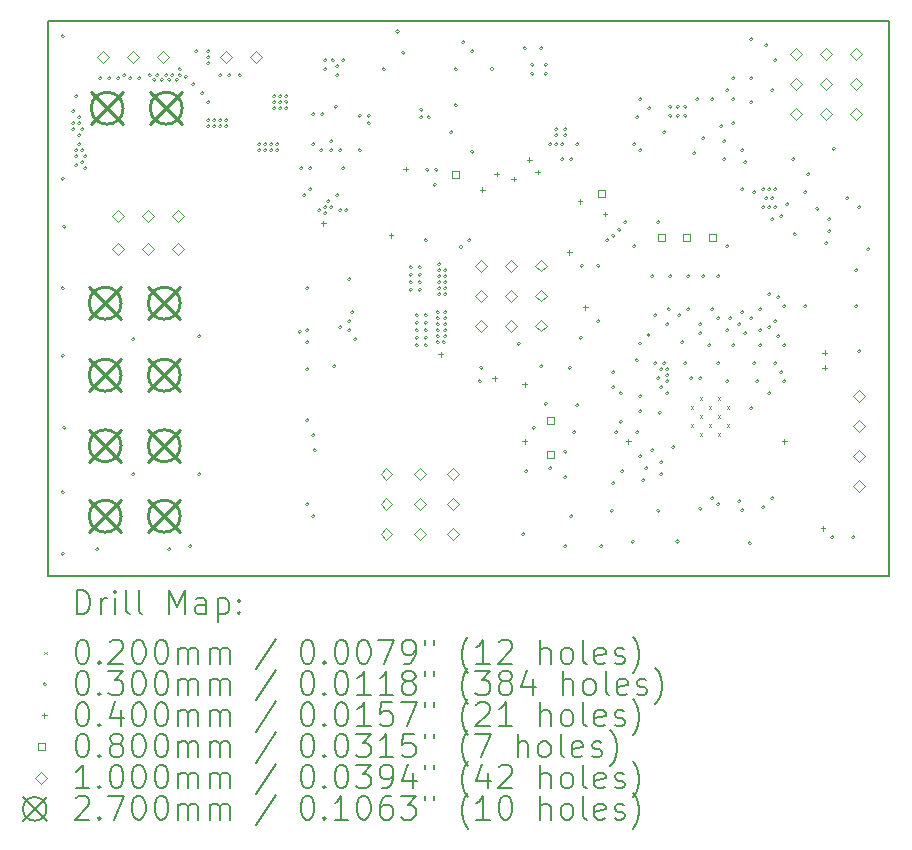
<source format=gbr>
%TF.GenerationSoftware,KiCad,Pcbnew,(6.0.9)*%
%TF.CreationDate,2023-04-19T21:58:59+02:00*%
%TF.ProjectId,jf-ecu32,6a662d65-6375-4333-922e-6b696361645f,rev?*%
%TF.SameCoordinates,Original*%
%TF.FileFunction,Drillmap*%
%TF.FilePolarity,Positive*%
%FSLAX45Y45*%
G04 Gerber Fmt 4.5, Leading zero omitted, Abs format (unit mm)*
G04 Created by KiCad (PCBNEW (6.0.9)) date 2023-04-19 21:58:59*
%MOMM*%
%LPD*%
G01*
G04 APERTURE LIST*
%ADD10C,0.200000*%
%ADD11C,0.020000*%
%ADD12C,0.030000*%
%ADD13C,0.040000*%
%ADD14C,0.080000*%
%ADD15C,0.100000*%
%ADD16C,0.270000*%
G04 APERTURE END LIST*
D10*
X1282700Y-15011400D02*
X8407400Y-15011400D01*
X8407400Y-15011400D02*
X8407400Y-19710400D01*
X8407400Y-19710400D02*
X1282700Y-19710400D01*
X1282700Y-19710400D02*
X1282700Y-15011400D01*
D11*
X6725400Y-18271850D02*
X6745400Y-18291850D01*
X6745400Y-18271850D02*
X6725400Y-18291850D01*
X6725400Y-18424350D02*
X6745400Y-18444350D01*
X6745400Y-18424350D02*
X6725400Y-18444350D01*
X6801650Y-18195600D02*
X6821650Y-18215600D01*
X6821650Y-18195600D02*
X6801650Y-18215600D01*
X6801650Y-18348100D02*
X6821650Y-18368100D01*
X6821650Y-18348100D02*
X6801650Y-18368100D01*
X6801650Y-18500600D02*
X6821650Y-18520600D01*
X6821650Y-18500600D02*
X6801650Y-18520600D01*
X6877900Y-18271850D02*
X6897900Y-18291850D01*
X6897900Y-18271850D02*
X6877900Y-18291850D01*
X6877900Y-18424350D02*
X6897900Y-18444350D01*
X6897900Y-18424350D02*
X6877900Y-18444350D01*
X6954150Y-18195600D02*
X6974150Y-18215600D01*
X6974150Y-18195600D02*
X6954150Y-18215600D01*
X6954150Y-18348100D02*
X6974150Y-18368100D01*
X6974150Y-18348100D02*
X6954150Y-18368100D01*
X6954150Y-18500600D02*
X6974150Y-18520600D01*
X6974150Y-18500600D02*
X6954150Y-18520600D01*
X7030400Y-18271850D02*
X7050400Y-18291850D01*
X7050400Y-18271850D02*
X7030400Y-18291850D01*
X7030400Y-18424350D02*
X7050400Y-18444350D01*
X7050400Y-18424350D02*
X7030400Y-18444350D01*
D12*
X1424700Y-15138400D02*
G75*
G03*
X1424700Y-15138400I-15000J0D01*
G01*
X1424700Y-16344900D02*
G75*
G03*
X1424700Y-16344900I-15000J0D01*
G01*
X1424700Y-17272000D02*
G75*
G03*
X1424700Y-17272000I-15000J0D01*
G01*
X1424700Y-17843500D02*
G75*
G03*
X1424700Y-17843500I-15000J0D01*
G01*
X1424700Y-18999200D02*
G75*
G03*
X1424700Y-18999200I-15000J0D01*
G01*
X1424700Y-19519900D02*
G75*
G03*
X1424700Y-19519900I-15000J0D01*
G01*
X1437400Y-16751300D02*
G75*
G03*
X1437400Y-16751300I-15000J0D01*
G01*
X1437400Y-18453100D02*
G75*
G03*
X1437400Y-18453100I-15000J0D01*
G01*
X1513600Y-15773400D02*
G75*
G03*
X1513600Y-15773400I-15000J0D01*
G01*
X1513600Y-15875000D02*
G75*
G03*
X1513600Y-15875000I-15000J0D01*
G01*
X1513600Y-15925800D02*
G75*
G03*
X1513600Y-15925800I-15000J0D01*
G01*
X1539000Y-15646400D02*
G75*
G03*
X1539000Y-15646400I-15000J0D01*
G01*
X1539000Y-16103600D02*
G75*
G03*
X1539000Y-16103600I-15000J0D01*
G01*
X1539000Y-16154400D02*
G75*
G03*
X1539000Y-16154400I-15000J0D01*
G01*
X1539000Y-16230600D02*
G75*
G03*
X1539000Y-16230600I-15000J0D01*
G01*
X1564400Y-15824200D02*
G75*
G03*
X1564400Y-15824200I-15000J0D01*
G01*
X1564400Y-15875000D02*
G75*
G03*
X1564400Y-15875000I-15000J0D01*
G01*
X1564400Y-15976600D02*
G75*
G03*
X1564400Y-15976600I-15000J0D01*
G01*
X1564400Y-16052800D02*
G75*
G03*
X1564400Y-16052800I-15000J0D01*
G01*
X1589800Y-15925800D02*
G75*
G03*
X1589800Y-15925800I-15000J0D01*
G01*
X1589800Y-16103600D02*
G75*
G03*
X1589800Y-16103600I-15000J0D01*
G01*
X1589800Y-16205200D02*
G75*
G03*
X1589800Y-16205200I-15000J0D01*
G01*
X1615200Y-16154400D02*
G75*
G03*
X1615200Y-16154400I-15000J0D01*
G01*
X1615200Y-16256000D02*
G75*
G03*
X1615200Y-16256000I-15000J0D01*
G01*
X1716800Y-19481800D02*
G75*
G03*
X1716800Y-19481800I-15000J0D01*
G01*
X1742200Y-15494000D02*
G75*
G03*
X1742200Y-15494000I-15000J0D01*
G01*
X1818400Y-15494000D02*
G75*
G03*
X1818400Y-15494000I-15000J0D01*
G01*
X1894600Y-15494000D02*
G75*
G03*
X1894600Y-15494000I-15000J0D01*
G01*
X1945400Y-15468600D02*
G75*
G03*
X1945400Y-15468600I-15000J0D01*
G01*
X1996200Y-15494000D02*
G75*
G03*
X1996200Y-15494000I-15000J0D01*
G01*
X2021600Y-17703800D02*
G75*
G03*
X2021600Y-17703800I-15000J0D01*
G01*
X2021600Y-18846800D02*
G75*
G03*
X2021600Y-18846800I-15000J0D01*
G01*
X2072400Y-15494000D02*
G75*
G03*
X2072400Y-15494000I-15000J0D01*
G01*
X2161300Y-15468600D02*
G75*
G03*
X2161300Y-15468600I-15000J0D01*
G01*
X2199400Y-15506700D02*
G75*
G03*
X2199400Y-15506700I-15000J0D01*
G01*
X2224800Y-15468600D02*
G75*
G03*
X2224800Y-15468600I-15000J0D01*
G01*
X2262900Y-15506700D02*
G75*
G03*
X2262900Y-15506700I-15000J0D01*
G01*
X2301000Y-15468600D02*
G75*
G03*
X2301000Y-15468600I-15000J0D01*
G01*
X2326400Y-15506700D02*
G75*
G03*
X2326400Y-15506700I-15000J0D01*
G01*
X2326400Y-19481800D02*
G75*
G03*
X2326400Y-19481800I-15000J0D01*
G01*
X2351800Y-15468600D02*
G75*
G03*
X2351800Y-15468600I-15000J0D01*
G01*
X2389900Y-15506700D02*
G75*
G03*
X2389900Y-15506700I-15000J0D01*
G01*
X2415300Y-15417800D02*
G75*
G03*
X2415300Y-15417800I-15000J0D01*
G01*
X2415300Y-15468600D02*
G75*
G03*
X2415300Y-15468600I-15000J0D01*
G01*
X2466100Y-15481300D02*
G75*
G03*
X2466100Y-15481300I-15000J0D01*
G01*
X2504200Y-19456400D02*
G75*
G03*
X2504200Y-19456400I-15000J0D01*
G01*
X2529600Y-15544800D02*
G75*
G03*
X2529600Y-15544800I-15000J0D01*
G01*
X2555000Y-15265400D02*
G75*
G03*
X2555000Y-15265400I-15000J0D01*
G01*
X2580400Y-17678400D02*
G75*
G03*
X2580400Y-17678400I-15000J0D01*
G01*
X2580400Y-18846800D02*
G75*
G03*
X2580400Y-18846800I-15000J0D01*
G01*
X2605800Y-15621000D02*
G75*
G03*
X2605800Y-15621000I-15000J0D01*
G01*
X2656600Y-15265400D02*
G75*
G03*
X2656600Y-15265400I-15000J0D01*
G01*
X2656600Y-15316200D02*
G75*
G03*
X2656600Y-15316200I-15000J0D01*
G01*
X2656600Y-15367000D02*
G75*
G03*
X2656600Y-15367000I-15000J0D01*
G01*
X2656600Y-15697200D02*
G75*
G03*
X2656600Y-15697200I-15000J0D01*
G01*
X2656600Y-15849600D02*
G75*
G03*
X2656600Y-15849600I-15000J0D01*
G01*
X2656600Y-15900400D02*
G75*
G03*
X2656600Y-15900400I-15000J0D01*
G01*
X2707400Y-15849600D02*
G75*
G03*
X2707400Y-15849600I-15000J0D01*
G01*
X2707400Y-15900400D02*
G75*
G03*
X2707400Y-15900400I-15000J0D01*
G01*
X2758200Y-15468600D02*
G75*
G03*
X2758200Y-15468600I-15000J0D01*
G01*
X2758200Y-15849600D02*
G75*
G03*
X2758200Y-15849600I-15000J0D01*
G01*
X2758200Y-15900400D02*
G75*
G03*
X2758200Y-15900400I-15000J0D01*
G01*
X2809000Y-15849600D02*
G75*
G03*
X2809000Y-15849600I-15000J0D01*
G01*
X2809000Y-15900400D02*
G75*
G03*
X2809000Y-15900400I-15000J0D01*
G01*
X2834400Y-15468600D02*
G75*
G03*
X2834400Y-15468600I-15000J0D01*
G01*
X2923300Y-15468600D02*
G75*
G03*
X2923300Y-15468600I-15000J0D01*
G01*
X3088400Y-16052800D02*
G75*
G03*
X3088400Y-16052800I-15000J0D01*
G01*
X3088400Y-16103600D02*
G75*
G03*
X3088400Y-16103600I-15000J0D01*
G01*
X3139200Y-16052800D02*
G75*
G03*
X3139200Y-16052800I-15000J0D01*
G01*
X3139200Y-16103600D02*
G75*
G03*
X3139200Y-16103600I-15000J0D01*
G01*
X3190000Y-16052800D02*
G75*
G03*
X3190000Y-16052800I-15000J0D01*
G01*
X3190000Y-16103600D02*
G75*
G03*
X3190000Y-16103600I-15000J0D01*
G01*
X3215400Y-15646400D02*
G75*
G03*
X3215400Y-15646400I-15000J0D01*
G01*
X3215400Y-15697200D02*
G75*
G03*
X3215400Y-15697200I-15000J0D01*
G01*
X3215400Y-15748000D02*
G75*
G03*
X3215400Y-15748000I-15000J0D01*
G01*
X3240800Y-16052800D02*
G75*
G03*
X3240800Y-16052800I-15000J0D01*
G01*
X3240800Y-16103600D02*
G75*
G03*
X3240800Y-16103600I-15000J0D01*
G01*
X3266200Y-15646400D02*
G75*
G03*
X3266200Y-15646400I-15000J0D01*
G01*
X3266200Y-15697200D02*
G75*
G03*
X3266200Y-15697200I-15000J0D01*
G01*
X3266200Y-15748000D02*
G75*
G03*
X3266200Y-15748000I-15000J0D01*
G01*
X3317000Y-15646400D02*
G75*
G03*
X3317000Y-15646400I-15000J0D01*
G01*
X3317000Y-15694660D02*
G75*
G03*
X3317000Y-15694660I-15000J0D01*
G01*
X3317000Y-15748000D02*
G75*
G03*
X3317000Y-15748000I-15000J0D01*
G01*
X3431300Y-17640300D02*
G75*
G03*
X3431300Y-17640300I-15000J0D01*
G01*
X3444000Y-16256000D02*
G75*
G03*
X3444000Y-16256000I-15000J0D01*
G01*
X3469400Y-16484600D02*
G75*
G03*
X3469400Y-16484600I-15000J0D01*
G01*
X3494800Y-17272000D02*
G75*
G03*
X3494800Y-17272000I-15000J0D01*
G01*
X3494800Y-17627600D02*
G75*
G03*
X3494800Y-17627600I-15000J0D01*
G01*
X3494800Y-17729200D02*
G75*
G03*
X3494800Y-17729200I-15000J0D01*
G01*
X3494800Y-17957800D02*
G75*
G03*
X3494800Y-17957800I-15000J0D01*
G01*
X3494800Y-18389600D02*
G75*
G03*
X3494800Y-18389600I-15000J0D01*
G01*
X3494800Y-19100800D02*
G75*
G03*
X3494800Y-19100800I-15000J0D01*
G01*
X3520200Y-16256000D02*
G75*
G03*
X3520200Y-16256000I-15000J0D01*
G01*
X3520200Y-16433800D02*
G75*
G03*
X3520200Y-16433800I-15000J0D01*
G01*
X3545600Y-15798800D02*
G75*
G03*
X3545600Y-15798800I-15000J0D01*
G01*
X3545600Y-16052800D02*
G75*
G03*
X3545600Y-16052800I-15000J0D01*
G01*
X3545600Y-18516600D02*
G75*
G03*
X3545600Y-18516600I-15000J0D01*
G01*
X3545600Y-19202400D02*
G75*
G03*
X3545600Y-19202400I-15000J0D01*
G01*
X3558300Y-18643600D02*
G75*
G03*
X3558300Y-18643600I-15000J0D01*
G01*
X3596400Y-16611600D02*
G75*
G03*
X3596400Y-16611600I-15000J0D01*
G01*
X3614180Y-16102360D02*
G75*
G03*
X3614180Y-16102360I-15000J0D01*
G01*
X3621800Y-15798800D02*
G75*
G03*
X3621800Y-15798800I-15000J0D01*
G01*
X3647200Y-15341600D02*
G75*
G03*
X3647200Y-15341600I-15000J0D01*
G01*
X3647200Y-15417800D02*
G75*
G03*
X3647200Y-15417800I-15000J0D01*
G01*
X3647200Y-16586200D02*
G75*
G03*
X3647200Y-16586200I-15000J0D01*
G01*
X3647200Y-16637000D02*
G75*
G03*
X3647200Y-16637000I-15000J0D01*
G01*
X3672600Y-16535400D02*
G75*
G03*
X3672600Y-16535400I-15000J0D01*
G01*
X3698000Y-16027400D02*
G75*
G03*
X3698000Y-16027400I-15000J0D01*
G01*
X3698000Y-16103600D02*
G75*
G03*
X3698000Y-16103600I-15000J0D01*
G01*
X3698000Y-16586200D02*
G75*
G03*
X3698000Y-16586200I-15000J0D01*
G01*
X3710700Y-15341600D02*
G75*
G03*
X3710700Y-15341600I-15000J0D01*
G01*
X3723400Y-17932400D02*
G75*
G03*
X3723400Y-17932400I-15000J0D01*
G01*
X3736100Y-15735300D02*
G75*
G03*
X3736100Y-15735300I-15000J0D01*
G01*
X3748800Y-15392400D02*
G75*
G03*
X3748800Y-15392400I-15000J0D01*
G01*
X3748800Y-15468600D02*
G75*
G03*
X3748800Y-15468600I-15000J0D01*
G01*
X3748800Y-16484600D02*
G75*
G03*
X3748800Y-16484600I-15000J0D01*
G01*
X3774200Y-16103600D02*
G75*
G03*
X3774200Y-16103600I-15000J0D01*
G01*
X3774200Y-16611600D02*
G75*
G03*
X3774200Y-16611600I-15000J0D01*
G01*
X3774200Y-17602200D02*
G75*
G03*
X3774200Y-17602200I-15000J0D01*
G01*
X3799600Y-15341600D02*
G75*
G03*
X3799600Y-15341600I-15000J0D01*
G01*
X3799600Y-16256000D02*
G75*
G03*
X3799600Y-16256000I-15000J0D01*
G01*
X3825000Y-16611600D02*
G75*
G03*
X3825000Y-16611600I-15000J0D01*
G01*
X3850400Y-17195800D02*
G75*
G03*
X3850400Y-17195800I-15000J0D01*
G01*
X3850400Y-17551400D02*
G75*
G03*
X3850400Y-17551400I-15000J0D01*
G01*
X3850400Y-17627600D02*
G75*
G03*
X3850400Y-17627600I-15000J0D01*
G01*
X3875800Y-17475200D02*
G75*
G03*
X3875800Y-17475200I-15000J0D01*
G01*
X3901200Y-17703800D02*
G75*
G03*
X3901200Y-17703800I-15000J0D01*
G01*
X3939300Y-15811500D02*
G75*
G03*
X3939300Y-15811500I-15000J0D01*
G01*
X3939300Y-16103600D02*
G75*
G03*
X3939300Y-16103600I-15000J0D01*
G01*
X4015500Y-15811500D02*
G75*
G03*
X4015500Y-15811500I-15000J0D01*
G01*
X4015500Y-15875000D02*
G75*
G03*
X4015500Y-15875000I-15000J0D01*
G01*
X4142500Y-15417800D02*
G75*
G03*
X4142500Y-15417800I-15000J0D01*
G01*
X4258300Y-15098800D02*
G75*
G03*
X4258300Y-15098800I-15000J0D01*
G01*
X4307600Y-15278100D02*
G75*
G03*
X4307600Y-15278100I-15000J0D01*
G01*
X4371100Y-17094200D02*
G75*
G03*
X4371100Y-17094200I-15000J0D01*
G01*
X4371100Y-17157700D02*
G75*
G03*
X4371100Y-17157700I-15000J0D01*
G01*
X4371100Y-17221200D02*
G75*
G03*
X4371100Y-17221200I-15000J0D01*
G01*
X4371100Y-17284700D02*
G75*
G03*
X4371100Y-17284700I-15000J0D01*
G01*
X4421900Y-17500600D02*
G75*
G03*
X4421900Y-17500600I-15000J0D01*
G01*
X4421900Y-17564100D02*
G75*
G03*
X4421900Y-17564100I-15000J0D01*
G01*
X4421900Y-17627600D02*
G75*
G03*
X4421900Y-17627600I-15000J0D01*
G01*
X4421900Y-17691100D02*
G75*
G03*
X4421900Y-17691100I-15000J0D01*
G01*
X4421900Y-17754600D02*
G75*
G03*
X4421900Y-17754600I-15000J0D01*
G01*
X4447300Y-17094200D02*
G75*
G03*
X4447300Y-17094200I-15000J0D01*
G01*
X4447300Y-17157700D02*
G75*
G03*
X4447300Y-17157700I-15000J0D01*
G01*
X4447300Y-17221200D02*
G75*
G03*
X4447300Y-17221200I-15000J0D01*
G01*
X4447300Y-17284700D02*
G75*
G03*
X4447300Y-17284700I-15000J0D01*
G01*
X4460000Y-15760700D02*
G75*
G03*
X4460000Y-15760700I-15000J0D01*
G01*
X4460000Y-15824200D02*
G75*
G03*
X4460000Y-15824200I-15000J0D01*
G01*
X4498100Y-16865600D02*
G75*
G03*
X4498100Y-16865600I-15000J0D01*
G01*
X4498100Y-17500600D02*
G75*
G03*
X4498100Y-17500600I-15000J0D01*
G01*
X4498100Y-17564100D02*
G75*
G03*
X4498100Y-17564100I-15000J0D01*
G01*
X4498100Y-17627600D02*
G75*
G03*
X4498100Y-17627600I-15000J0D01*
G01*
X4498100Y-17691100D02*
G75*
G03*
X4498100Y-17691100I-15000J0D01*
G01*
X4498100Y-17754600D02*
G75*
G03*
X4498100Y-17754600I-15000J0D01*
G01*
X4510800Y-16268700D02*
G75*
G03*
X4510800Y-16268700I-15000J0D01*
G01*
X4523500Y-15824200D02*
G75*
G03*
X4523500Y-15824200I-15000J0D01*
G01*
X4574300Y-16395700D02*
G75*
G03*
X4574300Y-16395700I-15000J0D01*
G01*
X4587000Y-16268700D02*
G75*
G03*
X4587000Y-16268700I-15000J0D01*
G01*
X4599700Y-17475200D02*
G75*
G03*
X4599700Y-17475200I-15000J0D01*
G01*
X4599700Y-17526000D02*
G75*
G03*
X4599700Y-17526000I-15000J0D01*
G01*
X4599700Y-17576800D02*
G75*
G03*
X4599700Y-17576800I-15000J0D01*
G01*
X4599700Y-17627600D02*
G75*
G03*
X4599700Y-17627600I-15000J0D01*
G01*
X4599700Y-17678400D02*
G75*
G03*
X4599700Y-17678400I-15000J0D01*
G01*
X4599700Y-17729200D02*
G75*
G03*
X4599700Y-17729200I-15000J0D01*
G01*
X4612400Y-17068800D02*
G75*
G03*
X4612400Y-17068800I-15000J0D01*
G01*
X4612400Y-17119600D02*
G75*
G03*
X4612400Y-17119600I-15000J0D01*
G01*
X4612400Y-17170400D02*
G75*
G03*
X4612400Y-17170400I-15000J0D01*
G01*
X4612400Y-17221200D02*
G75*
G03*
X4612400Y-17221200I-15000J0D01*
G01*
X4612400Y-17272000D02*
G75*
G03*
X4612400Y-17272000I-15000J0D01*
G01*
X4612400Y-17322800D02*
G75*
G03*
X4612400Y-17322800I-15000J0D01*
G01*
X4650500Y-17729200D02*
G75*
G03*
X4650500Y-17729200I-15000J0D01*
G01*
X4663200Y-17119600D02*
G75*
G03*
X4663200Y-17119600I-15000J0D01*
G01*
X4663200Y-17170400D02*
G75*
G03*
X4663200Y-17170400I-15000J0D01*
G01*
X4663200Y-17221200D02*
G75*
G03*
X4663200Y-17221200I-15000J0D01*
G01*
X4663200Y-17272000D02*
G75*
G03*
X4663200Y-17272000I-15000J0D01*
G01*
X4663200Y-17322800D02*
G75*
G03*
X4663200Y-17322800I-15000J0D01*
G01*
X4663200Y-17475200D02*
G75*
G03*
X4663200Y-17475200I-15000J0D01*
G01*
X4663200Y-17526000D02*
G75*
G03*
X4663200Y-17526000I-15000J0D01*
G01*
X4663200Y-17576800D02*
G75*
G03*
X4663200Y-17576800I-15000J0D01*
G01*
X4663200Y-17627600D02*
G75*
G03*
X4663200Y-17627600I-15000J0D01*
G01*
X4663200Y-17678400D02*
G75*
G03*
X4663200Y-17678400I-15000J0D01*
G01*
X4714000Y-15951200D02*
G75*
G03*
X4714000Y-15951200I-15000J0D01*
G01*
X4752100Y-15417800D02*
G75*
G03*
X4752100Y-15417800I-15000J0D01*
G01*
X4752100Y-15722600D02*
G75*
G03*
X4752100Y-15722600I-15000J0D01*
G01*
X4795420Y-16923880D02*
G75*
G03*
X4795420Y-16923880I-15000J0D01*
G01*
X4815600Y-15189200D02*
G75*
G03*
X4815600Y-15189200I-15000J0D01*
G01*
X4866400Y-16865600D02*
G75*
G03*
X4866400Y-16865600I-15000J0D01*
G01*
X4891800Y-15265400D02*
G75*
G03*
X4891800Y-15265400I-15000J0D01*
G01*
X4891800Y-16116300D02*
G75*
G03*
X4891800Y-16116300I-15000J0D01*
G01*
X4955300Y-18059400D02*
G75*
G03*
X4955300Y-18059400I-15000J0D01*
G01*
X4968000Y-17945100D02*
G75*
G03*
X4968000Y-17945100I-15000J0D01*
G01*
X5059400Y-15417800D02*
G75*
G03*
X5059400Y-15417800I-15000J0D01*
G01*
X5285500Y-17741900D02*
G75*
G03*
X5285500Y-17741900I-15000J0D01*
G01*
X5323600Y-19354800D02*
G75*
G03*
X5323600Y-19354800I-15000J0D01*
G01*
X5336300Y-15240000D02*
G75*
G03*
X5336300Y-15240000I-15000J0D01*
G01*
X5349000Y-18821400D02*
G75*
G03*
X5349000Y-18821400I-15000J0D01*
G01*
X5399800Y-15379700D02*
G75*
G03*
X5399800Y-15379700I-15000J0D01*
G01*
X5399800Y-15455900D02*
G75*
G03*
X5399800Y-15455900I-15000J0D01*
G01*
X5412500Y-18453100D02*
G75*
G03*
X5412500Y-18453100I-15000J0D01*
G01*
X5476000Y-15240000D02*
G75*
G03*
X5476000Y-15240000I-15000J0D01*
G01*
X5476000Y-17932400D02*
G75*
G03*
X5476000Y-17932400I-15000J0D01*
G01*
X5514100Y-15379700D02*
G75*
G03*
X5514100Y-15379700I-15000J0D01*
G01*
X5514100Y-15455900D02*
G75*
G03*
X5514100Y-15455900I-15000J0D01*
G01*
X5514100Y-18249900D02*
G75*
G03*
X5514100Y-18249900I-15000J0D01*
G01*
X5552200Y-16052800D02*
G75*
G03*
X5552200Y-16052800I-15000J0D01*
G01*
X5552200Y-18796000D02*
G75*
G03*
X5552200Y-18796000I-15000J0D01*
G01*
X5603000Y-15925800D02*
G75*
G03*
X5603000Y-15925800I-15000J0D01*
G01*
X5603000Y-15976600D02*
G75*
G03*
X5603000Y-15976600I-15000J0D01*
G01*
X5603000Y-16052800D02*
G75*
G03*
X5603000Y-16052800I-15000J0D01*
G01*
X5653800Y-16052800D02*
G75*
G03*
X5653800Y-16052800I-15000J0D01*
G01*
X5653800Y-16179800D02*
G75*
G03*
X5653800Y-16179800I-15000J0D01*
G01*
X5679200Y-15925800D02*
G75*
G03*
X5679200Y-15925800I-15000J0D01*
G01*
X5679200Y-15976600D02*
G75*
G03*
X5679200Y-15976600I-15000J0D01*
G01*
X5679200Y-18656300D02*
G75*
G03*
X5679200Y-18656300I-15000J0D01*
G01*
X5679200Y-18872200D02*
G75*
G03*
X5679200Y-18872200I-15000J0D01*
G01*
X5679200Y-19456400D02*
G75*
G03*
X5679200Y-19456400I-15000J0D01*
G01*
X5716240Y-17946160D02*
G75*
G03*
X5716240Y-17946160I-15000J0D01*
G01*
X5730000Y-16179800D02*
G75*
G03*
X5730000Y-16179800I-15000J0D01*
G01*
X5730000Y-19202400D02*
G75*
G03*
X5730000Y-19202400I-15000J0D01*
G01*
X5755400Y-18491200D02*
G75*
G03*
X5755400Y-18491200I-15000J0D01*
G01*
X5780800Y-16052800D02*
G75*
G03*
X5780800Y-16052800I-15000J0D01*
G01*
X5780800Y-18262600D02*
G75*
G03*
X5780800Y-18262600I-15000J0D01*
G01*
X5809900Y-17690540D02*
G75*
G03*
X5809900Y-17690540I-15000J0D01*
G01*
X5818900Y-17081500D02*
G75*
G03*
X5818900Y-17081500I-15000J0D01*
G01*
X5958600Y-17081500D02*
G75*
G03*
X5958600Y-17081500I-15000J0D01*
G01*
X5958600Y-17551400D02*
G75*
G03*
X5958600Y-17551400I-15000J0D01*
G01*
X5984000Y-19456400D02*
G75*
G03*
X5984000Y-19456400I-15000J0D01*
G01*
X6034800Y-16865600D02*
G75*
G03*
X6034800Y-16865600I-15000J0D01*
G01*
X6072900Y-19157140D02*
G75*
G03*
X6072900Y-19157140I-15000J0D01*
G01*
X6085600Y-16827500D02*
G75*
G03*
X6085600Y-16827500I-15000J0D01*
G01*
X6085600Y-17983200D02*
G75*
G03*
X6085600Y-17983200I-15000J0D01*
G01*
X6085600Y-18110200D02*
G75*
G03*
X6085600Y-18110200I-15000J0D01*
G01*
X6085600Y-18923000D02*
G75*
G03*
X6085600Y-18923000I-15000J0D01*
G01*
X6111000Y-18491200D02*
G75*
G03*
X6111000Y-18491200I-15000J0D01*
G01*
X6136400Y-16776700D02*
G75*
G03*
X6136400Y-16776700I-15000J0D01*
G01*
X6149100Y-18161000D02*
G75*
G03*
X6149100Y-18161000I-15000J0D01*
G01*
X6149100Y-18402300D02*
G75*
G03*
X6149100Y-18402300I-15000J0D01*
G01*
X6161800Y-18821400D02*
G75*
G03*
X6161800Y-18821400I-15000J0D01*
G01*
X6187200Y-16713200D02*
G75*
G03*
X6187200Y-16713200I-15000J0D01*
G01*
X6250700Y-19418300D02*
G75*
G03*
X6250700Y-19418300I-15000J0D01*
G01*
X6263400Y-16052800D02*
G75*
G03*
X6263400Y-16052800I-15000J0D01*
G01*
X6263400Y-16916400D02*
G75*
G03*
X6263400Y-16916400I-15000J0D01*
G01*
X6285940Y-17881600D02*
G75*
G03*
X6285940Y-17881600I-15000J0D01*
G01*
X6288800Y-15824200D02*
G75*
G03*
X6288800Y-15824200I-15000J0D01*
G01*
X6288800Y-18491200D02*
G75*
G03*
X6288800Y-18491200I-15000J0D01*
G01*
X6313840Y-17740690D02*
G75*
G03*
X6313840Y-17740690I-15000J0D01*
G01*
X6314200Y-15671800D02*
G75*
G03*
X6314200Y-15671800I-15000J0D01*
G01*
X6314200Y-16103600D02*
G75*
G03*
X6314200Y-16103600I-15000J0D01*
G01*
X6314200Y-18186400D02*
G75*
G03*
X6314200Y-18186400I-15000J0D01*
G01*
X6314200Y-18313400D02*
G75*
G03*
X6314200Y-18313400I-15000J0D01*
G01*
X6314200Y-18694400D02*
G75*
G03*
X6314200Y-18694400I-15000J0D01*
G01*
X6339600Y-18897600D02*
G75*
G03*
X6339600Y-18897600I-15000J0D01*
G01*
X6365000Y-18796000D02*
G75*
G03*
X6365000Y-18796000I-15000J0D01*
G01*
X6384950Y-17668180D02*
G75*
G03*
X6384950Y-17668180I-15000J0D01*
G01*
X6390400Y-15748000D02*
G75*
G03*
X6390400Y-15748000I-15000J0D01*
G01*
X6415800Y-17170400D02*
G75*
G03*
X6415800Y-17170400I-15000J0D01*
G01*
X6415800Y-18643600D02*
G75*
G03*
X6415800Y-18643600I-15000J0D01*
G01*
X6441200Y-17500600D02*
G75*
G03*
X6441200Y-17500600I-15000J0D01*
G01*
X6441200Y-17907000D02*
G75*
G03*
X6441200Y-17907000I-15000J0D01*
G01*
X6466600Y-16713200D02*
G75*
G03*
X6466600Y-16713200I-15000J0D01*
G01*
X6466600Y-18034000D02*
G75*
G03*
X6466600Y-18034000I-15000J0D01*
G01*
X6466600Y-19157140D02*
G75*
G03*
X6466600Y-19157140I-15000J0D01*
G01*
X6478203Y-18327197D02*
G75*
G03*
X6478203Y-18327197I-15000J0D01*
G01*
X6492000Y-17957800D02*
G75*
G03*
X6492000Y-17957800I-15000J0D01*
G01*
X6492000Y-18110200D02*
G75*
G03*
X6492000Y-18110200I-15000J0D01*
G01*
X6492000Y-18745200D02*
G75*
G03*
X6492000Y-18745200I-15000J0D01*
G01*
X6492000Y-18846800D02*
G75*
G03*
X6492000Y-18846800I-15000J0D01*
G01*
X6517400Y-15951200D02*
G75*
G03*
X6517400Y-15951200I-15000J0D01*
G01*
X6517400Y-17907000D02*
G75*
G03*
X6517400Y-17907000I-15000J0D01*
G01*
X6542800Y-17576800D02*
G75*
G03*
X6542800Y-17576800I-15000J0D01*
G01*
X6542800Y-17957800D02*
G75*
G03*
X6542800Y-17957800I-15000J0D01*
G01*
X6542800Y-18008600D02*
G75*
G03*
X6542800Y-18008600I-15000J0D01*
G01*
X6542800Y-18059400D02*
G75*
G03*
X6542800Y-18059400I-15000J0D01*
G01*
X6542800Y-18161000D02*
G75*
G03*
X6542800Y-18161000I-15000J0D01*
G01*
X6555500Y-17449800D02*
G75*
G03*
X6555500Y-17449800I-15000J0D01*
G01*
X6568200Y-15735300D02*
G75*
G03*
X6568200Y-15735300I-15000J0D01*
G01*
X6568200Y-15811500D02*
G75*
G03*
X6568200Y-15811500I-15000J0D01*
G01*
X6568200Y-17170400D02*
G75*
G03*
X6568200Y-17170400I-15000J0D01*
G01*
X6593600Y-18618200D02*
G75*
G03*
X6593600Y-18618200I-15000J0D01*
G01*
X6631700Y-15735300D02*
G75*
G03*
X6631700Y-15735300I-15000J0D01*
G01*
X6631700Y-15811500D02*
G75*
G03*
X6631700Y-15811500I-15000J0D01*
G01*
X6631700Y-19416971D02*
G75*
G03*
X6631700Y-19416971I-15000J0D01*
G01*
X6644400Y-17500600D02*
G75*
G03*
X6644400Y-17500600I-15000J0D01*
G01*
X6669800Y-17729200D02*
G75*
G03*
X6669800Y-17729200I-15000J0D01*
G01*
X6695200Y-15735300D02*
G75*
G03*
X6695200Y-15735300I-15000J0D01*
G01*
X6695200Y-15811500D02*
G75*
G03*
X6695200Y-15811500I-15000J0D01*
G01*
X6695200Y-17907000D02*
G75*
G03*
X6695200Y-17907000I-15000J0D01*
G01*
X6720600Y-17170400D02*
G75*
G03*
X6720600Y-17170400I-15000J0D01*
G01*
X6720600Y-17449800D02*
G75*
G03*
X6720600Y-17449800I-15000J0D01*
G01*
X6746000Y-18034000D02*
G75*
G03*
X6746000Y-18034000I-15000J0D01*
G01*
X6771400Y-16129000D02*
G75*
G03*
X6771400Y-16129000I-15000J0D01*
G01*
X6796800Y-15671800D02*
G75*
G03*
X6796800Y-15671800I-15000J0D01*
G01*
X6822200Y-17576800D02*
G75*
G03*
X6822200Y-17576800I-15000J0D01*
G01*
X6822200Y-17653000D02*
G75*
G03*
X6822200Y-17653000I-15000J0D01*
G01*
X6822200Y-18034000D02*
G75*
G03*
X6822200Y-18034000I-15000J0D01*
G01*
X6822200Y-19138900D02*
G75*
G03*
X6822200Y-19138900I-15000J0D01*
G01*
X6847600Y-16002000D02*
G75*
G03*
X6847600Y-16002000I-15000J0D01*
G01*
X6847600Y-17170400D02*
G75*
G03*
X6847600Y-17170400I-15000J0D01*
G01*
X6898400Y-17754600D02*
G75*
G03*
X6898400Y-17754600I-15000J0D01*
G01*
X6923800Y-15671800D02*
G75*
G03*
X6923800Y-15671800I-15000J0D01*
G01*
X6923800Y-17449800D02*
G75*
G03*
X6923800Y-17449800I-15000J0D01*
G01*
X6923800Y-19050000D02*
G75*
G03*
X6923800Y-19050000I-15000J0D01*
G01*
X6974600Y-17170400D02*
G75*
G03*
X6974600Y-17170400I-15000J0D01*
G01*
X6974600Y-17526000D02*
G75*
G03*
X6974600Y-17526000I-15000J0D01*
G01*
X6974600Y-17907000D02*
G75*
G03*
X6974600Y-17907000I-15000J0D01*
G01*
X6974600Y-19100800D02*
G75*
G03*
X6974600Y-19100800I-15000J0D01*
G01*
X7000000Y-15900400D02*
G75*
G03*
X7000000Y-15900400I-15000J0D01*
G01*
X7025400Y-16027400D02*
G75*
G03*
X7025400Y-16027400I-15000J0D01*
G01*
X7025400Y-16179800D02*
G75*
G03*
X7025400Y-16179800I-15000J0D01*
G01*
X7050800Y-15595600D02*
G75*
G03*
X7050800Y-15595600I-15000J0D01*
G01*
X7050800Y-16916400D02*
G75*
G03*
X7050800Y-16916400I-15000J0D01*
G01*
X7050800Y-17627600D02*
G75*
G03*
X7050800Y-17627600I-15000J0D01*
G01*
X7050800Y-18059400D02*
G75*
G03*
X7050800Y-18059400I-15000J0D01*
G01*
X7076200Y-17526000D02*
G75*
G03*
X7076200Y-17526000I-15000J0D01*
G01*
X7101600Y-15494000D02*
G75*
G03*
X7101600Y-15494000I-15000J0D01*
G01*
X7101600Y-15671800D02*
G75*
G03*
X7101600Y-15671800I-15000J0D01*
G01*
X7101600Y-15875000D02*
G75*
G03*
X7101600Y-15875000I-15000J0D01*
G01*
X7101600Y-17754600D02*
G75*
G03*
X7101600Y-17754600I-15000J0D01*
G01*
X7152400Y-17576800D02*
G75*
G03*
X7152400Y-17576800I-15000J0D01*
G01*
X7152400Y-19075400D02*
G75*
G03*
X7152400Y-19075400I-15000J0D01*
G01*
X7177800Y-16103600D02*
G75*
G03*
X7177800Y-16103600I-15000J0D01*
G01*
X7177800Y-16433800D02*
G75*
G03*
X7177800Y-16433800I-15000J0D01*
G01*
X7177800Y-17475200D02*
G75*
G03*
X7177800Y-17475200I-15000J0D01*
G01*
X7177800Y-19151600D02*
G75*
G03*
X7177800Y-19151600I-15000J0D01*
G01*
X7203200Y-16205200D02*
G75*
G03*
X7203200Y-16205200I-15000J0D01*
G01*
X7203200Y-17653000D02*
G75*
G03*
X7203200Y-17653000I-15000J0D01*
G01*
X7241300Y-19431000D02*
G75*
G03*
X7241300Y-19431000I-15000J0D01*
G01*
X7254000Y-15163800D02*
G75*
G03*
X7254000Y-15163800I-15000J0D01*
G01*
X7254000Y-15494000D02*
G75*
G03*
X7254000Y-15494000I-15000J0D01*
G01*
X7254000Y-15697200D02*
G75*
G03*
X7254000Y-15697200I-15000J0D01*
G01*
X7254000Y-17526000D02*
G75*
G03*
X7254000Y-17526000I-15000J0D01*
G01*
X7254000Y-18288000D02*
G75*
G03*
X7254000Y-18288000I-15000J0D01*
G01*
X7279400Y-16459200D02*
G75*
G03*
X7279400Y-16459200I-15000J0D01*
G01*
X7279400Y-17907000D02*
G75*
G03*
X7279400Y-17907000I-15000J0D01*
G01*
X7304800Y-18059400D02*
G75*
G03*
X7304800Y-18059400I-15000J0D01*
G01*
X7330200Y-17449800D02*
G75*
G03*
X7330200Y-17449800I-15000J0D01*
G01*
X7330200Y-17627600D02*
G75*
G03*
X7330200Y-17627600I-15000J0D01*
G01*
X7330200Y-17754600D02*
G75*
G03*
X7330200Y-17754600I-15000J0D01*
G01*
X7355600Y-16433800D02*
G75*
G03*
X7355600Y-16433800I-15000J0D01*
G01*
X7355600Y-16586200D02*
G75*
G03*
X7355600Y-16586200I-15000J0D01*
G01*
X7355600Y-19126200D02*
G75*
G03*
X7355600Y-19126200I-15000J0D01*
G01*
X7381000Y-15214600D02*
G75*
G03*
X7381000Y-15214600I-15000J0D01*
G01*
X7381000Y-16510000D02*
G75*
G03*
X7381000Y-16510000I-15000J0D01*
G01*
X7406400Y-16433800D02*
G75*
G03*
X7406400Y-16433800I-15000J0D01*
G01*
X7406400Y-16586200D02*
G75*
G03*
X7406400Y-16586200I-15000J0D01*
G01*
X7406400Y-17322800D02*
G75*
G03*
X7406400Y-17322800I-15000J0D01*
G01*
X7406400Y-17602200D02*
G75*
G03*
X7406400Y-17602200I-15000J0D01*
G01*
X7406400Y-18161000D02*
G75*
G03*
X7406400Y-18161000I-15000J0D01*
G01*
X7431800Y-15595600D02*
G75*
G03*
X7431800Y-15595600I-15000J0D01*
G01*
X7431800Y-16510000D02*
G75*
G03*
X7431800Y-16510000I-15000J0D01*
G01*
X7431800Y-16687800D02*
G75*
G03*
X7431800Y-16687800I-15000J0D01*
G01*
X7431800Y-19050000D02*
G75*
G03*
X7431800Y-19050000I-15000J0D01*
G01*
X7457200Y-15341600D02*
G75*
G03*
X7457200Y-15341600I-15000J0D01*
G01*
X7457200Y-16433800D02*
G75*
G03*
X7457200Y-16433800I-15000J0D01*
G01*
X7457200Y-16586200D02*
G75*
G03*
X7457200Y-16586200I-15000J0D01*
G01*
X7457200Y-17551400D02*
G75*
G03*
X7457200Y-17551400I-15000J0D01*
G01*
X7457200Y-17907000D02*
G75*
G03*
X7457200Y-17907000I-15000J0D01*
G01*
X7482600Y-17348200D02*
G75*
G03*
X7482600Y-17348200I-15000J0D01*
G01*
X7482600Y-17678400D02*
G75*
G03*
X7482600Y-17678400I-15000J0D01*
G01*
X7508000Y-16662400D02*
G75*
G03*
X7508000Y-16662400I-15000J0D01*
G01*
X7508000Y-17983200D02*
G75*
G03*
X7508000Y-17983200I-15000J0D01*
G01*
X7533400Y-17424400D02*
G75*
G03*
X7533400Y-17424400I-15000J0D01*
G01*
X7533400Y-17754600D02*
G75*
G03*
X7533400Y-17754600I-15000J0D01*
G01*
X7533400Y-18059400D02*
G75*
G03*
X7533400Y-18059400I-15000J0D01*
G01*
X7558800Y-16560800D02*
G75*
G03*
X7558800Y-16560800I-15000J0D01*
G01*
X7609600Y-16179800D02*
G75*
G03*
X7609600Y-16179800I-15000J0D01*
G01*
X7622300Y-16814800D02*
G75*
G03*
X7622300Y-16814800I-15000J0D01*
G01*
X7711200Y-16459200D02*
G75*
G03*
X7711200Y-16459200I-15000J0D01*
G01*
X7711200Y-17424400D02*
G75*
G03*
X7711200Y-17424400I-15000J0D01*
G01*
X7736600Y-16306800D02*
G75*
G03*
X7736600Y-16306800I-15000J0D01*
G01*
X7812800Y-16598900D02*
G75*
G03*
X7812800Y-16598900I-15000J0D01*
G01*
X7889000Y-16891000D02*
G75*
G03*
X7889000Y-16891000I-15000J0D01*
G01*
X7914400Y-16687800D02*
G75*
G03*
X7914400Y-16687800I-15000J0D01*
G01*
X7914400Y-16789400D02*
G75*
G03*
X7914400Y-16789400I-15000J0D01*
G01*
X7939800Y-19380200D02*
G75*
G03*
X7939800Y-19380200I-15000J0D01*
G01*
X7952500Y-16090900D02*
G75*
G03*
X7952500Y-16090900I-15000J0D01*
G01*
X8066800Y-16510000D02*
G75*
G03*
X8066800Y-16510000I-15000J0D01*
G01*
X8117600Y-19380200D02*
G75*
G03*
X8117600Y-19380200I-15000J0D01*
G01*
X8143000Y-17119600D02*
G75*
G03*
X8143000Y-17119600I-15000J0D01*
G01*
X8143000Y-17424400D02*
G75*
G03*
X8143000Y-17424400I-15000J0D01*
G01*
X8168400Y-16586200D02*
G75*
G03*
X8168400Y-16586200I-15000J0D01*
G01*
X8168400Y-17805400D02*
G75*
G03*
X8168400Y-17805400I-15000J0D01*
G01*
X8244600Y-16941800D02*
G75*
G03*
X8244600Y-16941800I-15000J0D01*
G01*
D13*
X3616940Y-16703310D02*
X3616940Y-16743310D01*
X3596940Y-16723310D02*
X3636940Y-16723310D01*
X4188520Y-16805010D02*
X4188520Y-16845010D01*
X4168520Y-16825010D02*
X4208520Y-16825010D01*
X4314260Y-16242530D02*
X4314260Y-16282530D01*
X4294260Y-16262530D02*
X4334260Y-16262530D01*
X4610100Y-17810800D02*
X4610100Y-17850800D01*
X4590100Y-17830800D02*
X4630100Y-17830800D01*
X4961910Y-16416520D02*
X4961910Y-16456520D01*
X4941910Y-16436520D02*
X4981910Y-16436520D01*
X5067300Y-18014000D02*
X5067300Y-18054000D01*
X5047300Y-18034000D02*
X5087300Y-18034000D01*
X5085500Y-16285370D02*
X5085500Y-16325370D01*
X5065500Y-16305370D02*
X5105500Y-16305370D01*
X5226670Y-16328180D02*
X5226670Y-16368180D01*
X5206670Y-16348180D02*
X5246670Y-16348180D01*
X5321300Y-18064800D02*
X5321300Y-18104800D01*
X5301300Y-18084800D02*
X5341300Y-18084800D01*
X5321300Y-18547400D02*
X5321300Y-18587400D01*
X5301300Y-18567400D02*
X5341300Y-18567400D01*
X5361030Y-16164150D02*
X5361030Y-16204150D01*
X5341030Y-16184150D02*
X5381030Y-16184150D01*
X5430270Y-16267900D02*
X5430270Y-16307900D01*
X5410270Y-16287900D02*
X5450270Y-16287900D01*
X5699900Y-16947200D02*
X5699900Y-16987200D01*
X5679900Y-16967200D02*
X5719900Y-16967200D01*
X5790550Y-16515680D02*
X5790550Y-16555680D01*
X5770550Y-16535680D02*
X5810550Y-16535680D01*
X5835350Y-17412560D02*
X5835350Y-17452560D01*
X5815350Y-17432560D02*
X5855350Y-17432560D01*
X6001960Y-16624500D02*
X6001960Y-16664500D01*
X5981960Y-16644500D02*
X6021960Y-16644500D01*
X6197600Y-18547400D02*
X6197600Y-18587400D01*
X6177600Y-18567400D02*
X6217600Y-18567400D01*
X7518400Y-18547400D02*
X7518400Y-18587400D01*
X7498400Y-18567400D02*
X7538400Y-18567400D01*
X7846402Y-19286198D02*
X7846402Y-19326198D01*
X7826402Y-19306198D02*
X7866402Y-19306198D01*
X7860560Y-17798100D02*
X7860560Y-17838100D01*
X7840560Y-17818100D02*
X7880560Y-17818100D01*
X7861300Y-17925100D02*
X7861300Y-17965100D01*
X7841300Y-17945100D02*
X7881300Y-17945100D01*
D14*
X4765385Y-16335084D02*
X4765385Y-16278515D01*
X4708816Y-16278515D01*
X4708816Y-16335084D01*
X4765385Y-16335084D01*
X5565485Y-18417885D02*
X5565485Y-18361316D01*
X5508916Y-18361316D01*
X5508916Y-18417885D01*
X5565485Y-18417885D01*
X5565485Y-18709985D02*
X5565485Y-18653416D01*
X5508916Y-18653416D01*
X5508916Y-18709985D01*
X5565485Y-18709985D01*
X5997284Y-16500184D02*
X5997284Y-16443615D01*
X5940715Y-16443615D01*
X5940715Y-16500184D01*
X5997284Y-16500184D01*
X6505284Y-16868485D02*
X6505284Y-16811916D01*
X6448715Y-16811916D01*
X6448715Y-16868485D01*
X6505284Y-16868485D01*
X6721184Y-16868485D02*
X6721184Y-16811916D01*
X6664615Y-16811916D01*
X6664615Y-16868485D01*
X6721184Y-16868485D01*
X6937084Y-16868485D02*
X6937084Y-16811916D01*
X6880515Y-16811916D01*
X6880515Y-16868485D01*
X6937084Y-16868485D01*
D15*
X1752600Y-15366200D02*
X1802600Y-15316200D01*
X1752600Y-15266200D01*
X1702600Y-15316200D01*
X1752600Y-15366200D01*
X1881100Y-16712400D02*
X1931100Y-16662400D01*
X1881100Y-16612400D01*
X1831100Y-16662400D01*
X1881100Y-16712400D01*
X1881100Y-16991800D02*
X1931100Y-16941800D01*
X1881100Y-16891800D01*
X1831100Y-16941800D01*
X1881100Y-16991800D01*
X2006600Y-15366200D02*
X2056600Y-15316200D01*
X2006600Y-15266200D01*
X1956600Y-15316200D01*
X2006600Y-15366200D01*
X2135100Y-16712400D02*
X2185100Y-16662400D01*
X2135100Y-16612400D01*
X2085100Y-16662400D01*
X2135100Y-16712400D01*
X2135100Y-16991800D02*
X2185100Y-16941800D01*
X2135100Y-16891800D01*
X2085100Y-16941800D01*
X2135100Y-16991800D01*
X2260600Y-15366200D02*
X2310600Y-15316200D01*
X2260600Y-15266200D01*
X2210600Y-15316200D01*
X2260600Y-15366200D01*
X2389100Y-16712400D02*
X2439100Y-16662400D01*
X2389100Y-16612400D01*
X2339100Y-16662400D01*
X2389100Y-16712400D01*
X2389100Y-16991800D02*
X2439100Y-16941800D01*
X2389100Y-16891800D01*
X2339100Y-16941800D01*
X2389100Y-16991800D01*
X2794000Y-15366200D02*
X2844000Y-15316200D01*
X2794000Y-15266200D01*
X2744000Y-15316200D01*
X2794000Y-15366200D01*
X3048000Y-15366200D02*
X3098000Y-15316200D01*
X3048000Y-15266200D01*
X2998000Y-15316200D01*
X3048000Y-15366200D01*
X4150360Y-18896800D02*
X4200360Y-18846800D01*
X4150360Y-18796800D01*
X4100360Y-18846800D01*
X4150360Y-18896800D01*
X4150360Y-19150800D02*
X4200360Y-19100800D01*
X4150360Y-19050800D01*
X4100360Y-19100800D01*
X4150360Y-19150800D01*
X4150360Y-19404800D02*
X4200360Y-19354800D01*
X4150360Y-19304800D01*
X4100360Y-19354800D01*
X4150360Y-19404800D01*
X4432300Y-18896800D02*
X4482300Y-18846800D01*
X4432300Y-18796800D01*
X4382300Y-18846800D01*
X4432300Y-18896800D01*
X4432300Y-19150800D02*
X4482300Y-19100800D01*
X4432300Y-19050800D01*
X4382300Y-19100800D01*
X4432300Y-19150800D01*
X4432300Y-19404800D02*
X4482300Y-19354800D01*
X4432300Y-19304800D01*
X4382300Y-19354800D01*
X4432300Y-19404800D01*
X4711700Y-18896800D02*
X4761700Y-18846800D01*
X4711700Y-18796800D01*
X4661700Y-18846800D01*
X4711700Y-18896800D01*
X4711700Y-19150800D02*
X4761700Y-19100800D01*
X4711700Y-19050800D01*
X4661700Y-19100800D01*
X4711700Y-19150800D01*
X4711700Y-19404800D02*
X4761700Y-19354800D01*
X4711700Y-19304800D01*
X4661700Y-19354800D01*
X4711700Y-19404800D01*
X4953000Y-17131500D02*
X5003000Y-17081500D01*
X4953000Y-17031500D01*
X4903000Y-17081500D01*
X4953000Y-17131500D01*
X4953000Y-17385500D02*
X5003000Y-17335500D01*
X4953000Y-17285500D01*
X4903000Y-17335500D01*
X4953000Y-17385500D01*
X4953000Y-17639500D02*
X5003000Y-17589500D01*
X4953000Y-17539500D01*
X4903000Y-17589500D01*
X4953000Y-17639500D01*
X5207000Y-17131500D02*
X5257000Y-17081500D01*
X5207000Y-17031500D01*
X5157000Y-17081500D01*
X5207000Y-17131500D01*
X5207000Y-17385500D02*
X5257000Y-17335500D01*
X5207000Y-17285500D01*
X5157000Y-17335500D01*
X5207000Y-17385500D01*
X5207000Y-17639500D02*
X5257000Y-17589500D01*
X5207000Y-17539500D01*
X5157000Y-17589500D01*
X5207000Y-17639500D01*
X5461000Y-17130000D02*
X5511000Y-17080000D01*
X5461000Y-17030000D01*
X5411000Y-17080000D01*
X5461000Y-17130000D01*
X5461000Y-17384000D02*
X5511000Y-17334000D01*
X5461000Y-17284000D01*
X5411000Y-17334000D01*
X5461000Y-17384000D01*
X5461000Y-17638000D02*
X5511000Y-17588000D01*
X5461000Y-17538000D01*
X5411000Y-17588000D01*
X5461000Y-17638000D01*
X7620000Y-15342300D02*
X7670000Y-15292300D01*
X7620000Y-15242300D01*
X7570000Y-15292300D01*
X7620000Y-15342300D01*
X7620000Y-15596300D02*
X7670000Y-15546300D01*
X7620000Y-15496300D01*
X7570000Y-15546300D01*
X7620000Y-15596300D01*
X7620000Y-15850300D02*
X7670000Y-15800300D01*
X7620000Y-15750300D01*
X7570000Y-15800300D01*
X7620000Y-15850300D01*
X7874000Y-15342300D02*
X7924000Y-15292300D01*
X7874000Y-15242300D01*
X7824000Y-15292300D01*
X7874000Y-15342300D01*
X7874000Y-15596300D02*
X7924000Y-15546300D01*
X7874000Y-15496300D01*
X7824000Y-15546300D01*
X7874000Y-15596300D01*
X7874000Y-15850300D02*
X7924000Y-15800300D01*
X7874000Y-15750300D01*
X7824000Y-15800300D01*
X7874000Y-15850300D01*
X8128000Y-15340800D02*
X8178000Y-15290800D01*
X8128000Y-15240800D01*
X8078000Y-15290800D01*
X8128000Y-15340800D01*
X8128000Y-15594800D02*
X8178000Y-15544800D01*
X8128000Y-15494800D01*
X8078000Y-15544800D01*
X8128000Y-15594800D01*
X8128000Y-15848800D02*
X8178000Y-15798800D01*
X8128000Y-15748800D01*
X8078000Y-15798800D01*
X8128000Y-15848800D01*
X8153400Y-18236400D02*
X8203400Y-18186400D01*
X8153400Y-18136400D01*
X8103400Y-18186400D01*
X8153400Y-18236400D01*
X8153400Y-18490400D02*
X8203400Y-18440400D01*
X8153400Y-18390400D01*
X8103400Y-18440400D01*
X8153400Y-18490400D01*
X8153400Y-18744400D02*
X8203400Y-18694400D01*
X8153400Y-18644400D01*
X8103400Y-18694400D01*
X8153400Y-18744400D01*
X8153400Y-18998400D02*
X8203400Y-18948400D01*
X8153400Y-18898400D01*
X8103400Y-18948400D01*
X8153400Y-18998400D01*
D16*
X1634300Y-17264000D02*
X1904300Y-17534000D01*
X1904300Y-17264000D02*
X1634300Y-17534000D01*
X1904300Y-17399000D02*
G75*
G03*
X1904300Y-17399000I-135000J0D01*
G01*
X1634300Y-17873600D02*
X1904300Y-18143600D01*
X1904300Y-17873600D02*
X1634300Y-18143600D01*
X1904300Y-18008600D02*
G75*
G03*
X1904300Y-18008600I-135000J0D01*
G01*
X1634300Y-18470500D02*
X1904300Y-18740500D01*
X1904300Y-18470500D02*
X1634300Y-18740500D01*
X1904300Y-18605500D02*
G75*
G03*
X1904300Y-18605500I-135000J0D01*
G01*
X1634300Y-19067400D02*
X1904300Y-19337400D01*
X1904300Y-19067400D02*
X1634300Y-19337400D01*
X1904300Y-19202400D02*
G75*
G03*
X1904300Y-19202400I-135000J0D01*
G01*
X1651000Y-15613000D02*
X1921000Y-15883000D01*
X1921000Y-15613000D02*
X1651000Y-15883000D01*
X1921000Y-15748000D02*
G75*
G03*
X1921000Y-15748000I-135000J0D01*
G01*
X2134300Y-17264000D02*
X2404300Y-17534000D01*
X2404300Y-17264000D02*
X2134300Y-17534000D01*
X2404300Y-17399000D02*
G75*
G03*
X2404300Y-17399000I-135000J0D01*
G01*
X2134300Y-17873600D02*
X2404300Y-18143600D01*
X2404300Y-17873600D02*
X2134300Y-18143600D01*
X2404300Y-18008600D02*
G75*
G03*
X2404300Y-18008600I-135000J0D01*
G01*
X2134300Y-18470500D02*
X2404300Y-18740500D01*
X2404300Y-18470500D02*
X2134300Y-18740500D01*
X2404300Y-18605500D02*
G75*
G03*
X2404300Y-18605500I-135000J0D01*
G01*
X2134300Y-19067400D02*
X2404300Y-19337400D01*
X2404300Y-19067400D02*
X2134300Y-19337400D01*
X2404300Y-19202400D02*
G75*
G03*
X2404300Y-19202400I-135000J0D01*
G01*
X2151000Y-15613000D02*
X2421000Y-15883000D01*
X2421000Y-15613000D02*
X2151000Y-15883000D01*
X2421000Y-15748000D02*
G75*
G03*
X2421000Y-15748000I-135000J0D01*
G01*
D10*
X1530319Y-20030876D02*
X1530319Y-19830876D01*
X1577938Y-19830876D01*
X1606509Y-19840400D01*
X1625557Y-19859448D01*
X1635081Y-19878495D01*
X1644605Y-19916590D01*
X1644605Y-19945162D01*
X1635081Y-19983257D01*
X1625557Y-20002305D01*
X1606509Y-20021352D01*
X1577938Y-20030876D01*
X1530319Y-20030876D01*
X1730319Y-20030876D02*
X1730319Y-19897543D01*
X1730319Y-19935638D02*
X1739843Y-19916590D01*
X1749367Y-19907067D01*
X1768414Y-19897543D01*
X1787462Y-19897543D01*
X1854128Y-20030876D02*
X1854128Y-19897543D01*
X1854128Y-19830876D02*
X1844605Y-19840400D01*
X1854128Y-19849924D01*
X1863652Y-19840400D01*
X1854128Y-19830876D01*
X1854128Y-19849924D01*
X1977938Y-20030876D02*
X1958890Y-20021352D01*
X1949367Y-20002305D01*
X1949367Y-19830876D01*
X2082700Y-20030876D02*
X2063652Y-20021352D01*
X2054128Y-20002305D01*
X2054128Y-19830876D01*
X2311271Y-20030876D02*
X2311271Y-19830876D01*
X2377938Y-19973733D01*
X2444605Y-19830876D01*
X2444605Y-20030876D01*
X2625557Y-20030876D02*
X2625557Y-19926114D01*
X2616033Y-19907067D01*
X2596986Y-19897543D01*
X2558890Y-19897543D01*
X2539843Y-19907067D01*
X2625557Y-20021352D02*
X2606510Y-20030876D01*
X2558890Y-20030876D01*
X2539843Y-20021352D01*
X2530319Y-20002305D01*
X2530319Y-19983257D01*
X2539843Y-19964210D01*
X2558890Y-19954686D01*
X2606510Y-19954686D01*
X2625557Y-19945162D01*
X2720795Y-19897543D02*
X2720795Y-20097543D01*
X2720795Y-19907067D02*
X2739843Y-19897543D01*
X2777938Y-19897543D01*
X2796986Y-19907067D01*
X2806509Y-19916590D01*
X2816033Y-19935638D01*
X2816033Y-19992781D01*
X2806509Y-20011829D01*
X2796986Y-20021352D01*
X2777938Y-20030876D01*
X2739843Y-20030876D01*
X2720795Y-20021352D01*
X2901748Y-20011829D02*
X2911271Y-20021352D01*
X2901748Y-20030876D01*
X2892224Y-20021352D01*
X2901748Y-20011829D01*
X2901748Y-20030876D01*
X2901748Y-19907067D02*
X2911271Y-19916590D01*
X2901748Y-19926114D01*
X2892224Y-19916590D01*
X2901748Y-19907067D01*
X2901748Y-19926114D01*
D11*
X1252700Y-20350400D02*
X1272700Y-20370400D01*
X1272700Y-20350400D02*
X1252700Y-20370400D01*
D10*
X1568414Y-20250876D02*
X1587462Y-20250876D01*
X1606509Y-20260400D01*
X1616033Y-20269924D01*
X1625557Y-20288971D01*
X1635081Y-20327067D01*
X1635081Y-20374686D01*
X1625557Y-20412781D01*
X1616033Y-20431829D01*
X1606509Y-20441352D01*
X1587462Y-20450876D01*
X1568414Y-20450876D01*
X1549367Y-20441352D01*
X1539843Y-20431829D01*
X1530319Y-20412781D01*
X1520795Y-20374686D01*
X1520795Y-20327067D01*
X1530319Y-20288971D01*
X1539843Y-20269924D01*
X1549367Y-20260400D01*
X1568414Y-20250876D01*
X1720795Y-20431829D02*
X1730319Y-20441352D01*
X1720795Y-20450876D01*
X1711271Y-20441352D01*
X1720795Y-20431829D01*
X1720795Y-20450876D01*
X1806509Y-20269924D02*
X1816033Y-20260400D01*
X1835081Y-20250876D01*
X1882700Y-20250876D01*
X1901748Y-20260400D01*
X1911271Y-20269924D01*
X1920795Y-20288971D01*
X1920795Y-20308019D01*
X1911271Y-20336590D01*
X1796986Y-20450876D01*
X1920795Y-20450876D01*
X2044605Y-20250876D02*
X2063652Y-20250876D01*
X2082700Y-20260400D01*
X2092224Y-20269924D01*
X2101748Y-20288971D01*
X2111271Y-20327067D01*
X2111271Y-20374686D01*
X2101748Y-20412781D01*
X2092224Y-20431829D01*
X2082700Y-20441352D01*
X2063652Y-20450876D01*
X2044605Y-20450876D01*
X2025557Y-20441352D01*
X2016033Y-20431829D01*
X2006509Y-20412781D01*
X1996986Y-20374686D01*
X1996986Y-20327067D01*
X2006509Y-20288971D01*
X2016033Y-20269924D01*
X2025557Y-20260400D01*
X2044605Y-20250876D01*
X2235081Y-20250876D02*
X2254129Y-20250876D01*
X2273176Y-20260400D01*
X2282700Y-20269924D01*
X2292224Y-20288971D01*
X2301748Y-20327067D01*
X2301748Y-20374686D01*
X2292224Y-20412781D01*
X2282700Y-20431829D01*
X2273176Y-20441352D01*
X2254129Y-20450876D01*
X2235081Y-20450876D01*
X2216033Y-20441352D01*
X2206510Y-20431829D01*
X2196986Y-20412781D01*
X2187462Y-20374686D01*
X2187462Y-20327067D01*
X2196986Y-20288971D01*
X2206510Y-20269924D01*
X2216033Y-20260400D01*
X2235081Y-20250876D01*
X2387462Y-20450876D02*
X2387462Y-20317543D01*
X2387462Y-20336590D02*
X2396986Y-20327067D01*
X2416033Y-20317543D01*
X2444605Y-20317543D01*
X2463652Y-20327067D01*
X2473176Y-20346114D01*
X2473176Y-20450876D01*
X2473176Y-20346114D02*
X2482700Y-20327067D01*
X2501748Y-20317543D01*
X2530319Y-20317543D01*
X2549367Y-20327067D01*
X2558890Y-20346114D01*
X2558890Y-20450876D01*
X2654129Y-20450876D02*
X2654129Y-20317543D01*
X2654129Y-20336590D02*
X2663652Y-20327067D01*
X2682700Y-20317543D01*
X2711271Y-20317543D01*
X2730319Y-20327067D01*
X2739843Y-20346114D01*
X2739843Y-20450876D01*
X2739843Y-20346114D02*
X2749367Y-20327067D01*
X2768414Y-20317543D01*
X2796986Y-20317543D01*
X2816033Y-20327067D01*
X2825557Y-20346114D01*
X2825557Y-20450876D01*
X3216033Y-20241352D02*
X3044605Y-20498495D01*
X3473176Y-20250876D02*
X3492224Y-20250876D01*
X3511271Y-20260400D01*
X3520795Y-20269924D01*
X3530319Y-20288971D01*
X3539843Y-20327067D01*
X3539843Y-20374686D01*
X3530319Y-20412781D01*
X3520795Y-20431829D01*
X3511271Y-20441352D01*
X3492224Y-20450876D01*
X3473176Y-20450876D01*
X3454128Y-20441352D01*
X3444605Y-20431829D01*
X3435081Y-20412781D01*
X3425557Y-20374686D01*
X3425557Y-20327067D01*
X3435081Y-20288971D01*
X3444605Y-20269924D01*
X3454128Y-20260400D01*
X3473176Y-20250876D01*
X3625557Y-20431829D02*
X3635081Y-20441352D01*
X3625557Y-20450876D01*
X3616033Y-20441352D01*
X3625557Y-20431829D01*
X3625557Y-20450876D01*
X3758890Y-20250876D02*
X3777938Y-20250876D01*
X3796986Y-20260400D01*
X3806509Y-20269924D01*
X3816033Y-20288971D01*
X3825557Y-20327067D01*
X3825557Y-20374686D01*
X3816033Y-20412781D01*
X3806509Y-20431829D01*
X3796986Y-20441352D01*
X3777938Y-20450876D01*
X3758890Y-20450876D01*
X3739843Y-20441352D01*
X3730319Y-20431829D01*
X3720795Y-20412781D01*
X3711271Y-20374686D01*
X3711271Y-20327067D01*
X3720795Y-20288971D01*
X3730319Y-20269924D01*
X3739843Y-20260400D01*
X3758890Y-20250876D01*
X3949367Y-20250876D02*
X3968414Y-20250876D01*
X3987462Y-20260400D01*
X3996986Y-20269924D01*
X4006509Y-20288971D01*
X4016033Y-20327067D01*
X4016033Y-20374686D01*
X4006509Y-20412781D01*
X3996986Y-20431829D01*
X3987462Y-20441352D01*
X3968414Y-20450876D01*
X3949367Y-20450876D01*
X3930319Y-20441352D01*
X3920795Y-20431829D01*
X3911271Y-20412781D01*
X3901748Y-20374686D01*
X3901748Y-20327067D01*
X3911271Y-20288971D01*
X3920795Y-20269924D01*
X3930319Y-20260400D01*
X3949367Y-20250876D01*
X4082700Y-20250876D02*
X4216033Y-20250876D01*
X4130319Y-20450876D01*
X4301748Y-20450876D02*
X4339843Y-20450876D01*
X4358890Y-20441352D01*
X4368414Y-20431829D01*
X4387462Y-20403257D01*
X4396986Y-20365162D01*
X4396986Y-20288971D01*
X4387462Y-20269924D01*
X4377938Y-20260400D01*
X4358890Y-20250876D01*
X4320795Y-20250876D01*
X4301748Y-20260400D01*
X4292224Y-20269924D01*
X4282700Y-20288971D01*
X4282700Y-20336590D01*
X4292224Y-20355638D01*
X4301748Y-20365162D01*
X4320795Y-20374686D01*
X4358890Y-20374686D01*
X4377938Y-20365162D01*
X4387462Y-20355638D01*
X4396986Y-20336590D01*
X4473176Y-20250876D02*
X4473176Y-20288971D01*
X4549367Y-20250876D02*
X4549367Y-20288971D01*
X4844605Y-20527067D02*
X4835081Y-20517543D01*
X4816033Y-20488971D01*
X4806510Y-20469924D01*
X4796986Y-20441352D01*
X4787462Y-20393733D01*
X4787462Y-20355638D01*
X4796986Y-20308019D01*
X4806510Y-20279448D01*
X4816033Y-20260400D01*
X4835081Y-20231829D01*
X4844605Y-20222305D01*
X5025557Y-20450876D02*
X4911271Y-20450876D01*
X4968414Y-20450876D02*
X4968414Y-20250876D01*
X4949367Y-20279448D01*
X4930319Y-20298495D01*
X4911271Y-20308019D01*
X5101748Y-20269924D02*
X5111271Y-20260400D01*
X5130319Y-20250876D01*
X5177938Y-20250876D01*
X5196986Y-20260400D01*
X5206510Y-20269924D01*
X5216033Y-20288971D01*
X5216033Y-20308019D01*
X5206510Y-20336590D01*
X5092224Y-20450876D01*
X5216033Y-20450876D01*
X5454129Y-20450876D02*
X5454129Y-20250876D01*
X5539843Y-20450876D02*
X5539843Y-20346114D01*
X5530319Y-20327067D01*
X5511271Y-20317543D01*
X5482700Y-20317543D01*
X5463652Y-20327067D01*
X5454129Y-20336590D01*
X5663652Y-20450876D02*
X5644605Y-20441352D01*
X5635081Y-20431829D01*
X5625557Y-20412781D01*
X5625557Y-20355638D01*
X5635081Y-20336590D01*
X5644605Y-20327067D01*
X5663652Y-20317543D01*
X5692224Y-20317543D01*
X5711271Y-20327067D01*
X5720795Y-20336590D01*
X5730319Y-20355638D01*
X5730319Y-20412781D01*
X5720795Y-20431829D01*
X5711271Y-20441352D01*
X5692224Y-20450876D01*
X5663652Y-20450876D01*
X5844605Y-20450876D02*
X5825557Y-20441352D01*
X5816033Y-20422305D01*
X5816033Y-20250876D01*
X5996986Y-20441352D02*
X5977938Y-20450876D01*
X5939843Y-20450876D01*
X5920795Y-20441352D01*
X5911271Y-20422305D01*
X5911271Y-20346114D01*
X5920795Y-20327067D01*
X5939843Y-20317543D01*
X5977938Y-20317543D01*
X5996986Y-20327067D01*
X6006509Y-20346114D01*
X6006509Y-20365162D01*
X5911271Y-20384210D01*
X6082700Y-20441352D02*
X6101748Y-20450876D01*
X6139843Y-20450876D01*
X6158890Y-20441352D01*
X6168414Y-20422305D01*
X6168414Y-20412781D01*
X6158890Y-20393733D01*
X6139843Y-20384210D01*
X6111271Y-20384210D01*
X6092224Y-20374686D01*
X6082700Y-20355638D01*
X6082700Y-20346114D01*
X6092224Y-20327067D01*
X6111271Y-20317543D01*
X6139843Y-20317543D01*
X6158890Y-20327067D01*
X6235081Y-20527067D02*
X6244605Y-20517543D01*
X6263652Y-20488971D01*
X6273176Y-20469924D01*
X6282700Y-20441352D01*
X6292224Y-20393733D01*
X6292224Y-20355638D01*
X6282700Y-20308019D01*
X6273176Y-20279448D01*
X6263652Y-20260400D01*
X6244605Y-20231829D01*
X6235081Y-20222305D01*
D12*
X1272700Y-20624400D02*
G75*
G03*
X1272700Y-20624400I-15000J0D01*
G01*
D10*
X1568414Y-20514876D02*
X1587462Y-20514876D01*
X1606509Y-20524400D01*
X1616033Y-20533924D01*
X1625557Y-20552971D01*
X1635081Y-20591067D01*
X1635081Y-20638686D01*
X1625557Y-20676781D01*
X1616033Y-20695829D01*
X1606509Y-20705352D01*
X1587462Y-20714876D01*
X1568414Y-20714876D01*
X1549367Y-20705352D01*
X1539843Y-20695829D01*
X1530319Y-20676781D01*
X1520795Y-20638686D01*
X1520795Y-20591067D01*
X1530319Y-20552971D01*
X1539843Y-20533924D01*
X1549367Y-20524400D01*
X1568414Y-20514876D01*
X1720795Y-20695829D02*
X1730319Y-20705352D01*
X1720795Y-20714876D01*
X1711271Y-20705352D01*
X1720795Y-20695829D01*
X1720795Y-20714876D01*
X1796986Y-20514876D02*
X1920795Y-20514876D01*
X1854128Y-20591067D01*
X1882700Y-20591067D01*
X1901748Y-20600590D01*
X1911271Y-20610114D01*
X1920795Y-20629162D01*
X1920795Y-20676781D01*
X1911271Y-20695829D01*
X1901748Y-20705352D01*
X1882700Y-20714876D01*
X1825557Y-20714876D01*
X1806509Y-20705352D01*
X1796986Y-20695829D01*
X2044605Y-20514876D02*
X2063652Y-20514876D01*
X2082700Y-20524400D01*
X2092224Y-20533924D01*
X2101748Y-20552971D01*
X2111271Y-20591067D01*
X2111271Y-20638686D01*
X2101748Y-20676781D01*
X2092224Y-20695829D01*
X2082700Y-20705352D01*
X2063652Y-20714876D01*
X2044605Y-20714876D01*
X2025557Y-20705352D01*
X2016033Y-20695829D01*
X2006509Y-20676781D01*
X1996986Y-20638686D01*
X1996986Y-20591067D01*
X2006509Y-20552971D01*
X2016033Y-20533924D01*
X2025557Y-20524400D01*
X2044605Y-20514876D01*
X2235081Y-20514876D02*
X2254129Y-20514876D01*
X2273176Y-20524400D01*
X2282700Y-20533924D01*
X2292224Y-20552971D01*
X2301748Y-20591067D01*
X2301748Y-20638686D01*
X2292224Y-20676781D01*
X2282700Y-20695829D01*
X2273176Y-20705352D01*
X2254129Y-20714876D01*
X2235081Y-20714876D01*
X2216033Y-20705352D01*
X2206510Y-20695829D01*
X2196986Y-20676781D01*
X2187462Y-20638686D01*
X2187462Y-20591067D01*
X2196986Y-20552971D01*
X2206510Y-20533924D01*
X2216033Y-20524400D01*
X2235081Y-20514876D01*
X2387462Y-20714876D02*
X2387462Y-20581543D01*
X2387462Y-20600590D02*
X2396986Y-20591067D01*
X2416033Y-20581543D01*
X2444605Y-20581543D01*
X2463652Y-20591067D01*
X2473176Y-20610114D01*
X2473176Y-20714876D01*
X2473176Y-20610114D02*
X2482700Y-20591067D01*
X2501748Y-20581543D01*
X2530319Y-20581543D01*
X2549367Y-20591067D01*
X2558890Y-20610114D01*
X2558890Y-20714876D01*
X2654129Y-20714876D02*
X2654129Y-20581543D01*
X2654129Y-20600590D02*
X2663652Y-20591067D01*
X2682700Y-20581543D01*
X2711271Y-20581543D01*
X2730319Y-20591067D01*
X2739843Y-20610114D01*
X2739843Y-20714876D01*
X2739843Y-20610114D02*
X2749367Y-20591067D01*
X2768414Y-20581543D01*
X2796986Y-20581543D01*
X2816033Y-20591067D01*
X2825557Y-20610114D01*
X2825557Y-20714876D01*
X3216033Y-20505352D02*
X3044605Y-20762495D01*
X3473176Y-20514876D02*
X3492224Y-20514876D01*
X3511271Y-20524400D01*
X3520795Y-20533924D01*
X3530319Y-20552971D01*
X3539843Y-20591067D01*
X3539843Y-20638686D01*
X3530319Y-20676781D01*
X3520795Y-20695829D01*
X3511271Y-20705352D01*
X3492224Y-20714876D01*
X3473176Y-20714876D01*
X3454128Y-20705352D01*
X3444605Y-20695829D01*
X3435081Y-20676781D01*
X3425557Y-20638686D01*
X3425557Y-20591067D01*
X3435081Y-20552971D01*
X3444605Y-20533924D01*
X3454128Y-20524400D01*
X3473176Y-20514876D01*
X3625557Y-20695829D02*
X3635081Y-20705352D01*
X3625557Y-20714876D01*
X3616033Y-20705352D01*
X3625557Y-20695829D01*
X3625557Y-20714876D01*
X3758890Y-20514876D02*
X3777938Y-20514876D01*
X3796986Y-20524400D01*
X3806509Y-20533924D01*
X3816033Y-20552971D01*
X3825557Y-20591067D01*
X3825557Y-20638686D01*
X3816033Y-20676781D01*
X3806509Y-20695829D01*
X3796986Y-20705352D01*
X3777938Y-20714876D01*
X3758890Y-20714876D01*
X3739843Y-20705352D01*
X3730319Y-20695829D01*
X3720795Y-20676781D01*
X3711271Y-20638686D01*
X3711271Y-20591067D01*
X3720795Y-20552971D01*
X3730319Y-20533924D01*
X3739843Y-20524400D01*
X3758890Y-20514876D01*
X4016033Y-20714876D02*
X3901748Y-20714876D01*
X3958890Y-20714876D02*
X3958890Y-20514876D01*
X3939843Y-20543448D01*
X3920795Y-20562495D01*
X3901748Y-20572019D01*
X4206510Y-20714876D02*
X4092224Y-20714876D01*
X4149367Y-20714876D02*
X4149367Y-20514876D01*
X4130319Y-20543448D01*
X4111271Y-20562495D01*
X4092224Y-20572019D01*
X4320795Y-20600590D02*
X4301748Y-20591067D01*
X4292224Y-20581543D01*
X4282700Y-20562495D01*
X4282700Y-20552971D01*
X4292224Y-20533924D01*
X4301748Y-20524400D01*
X4320795Y-20514876D01*
X4358890Y-20514876D01*
X4377938Y-20524400D01*
X4387462Y-20533924D01*
X4396986Y-20552971D01*
X4396986Y-20562495D01*
X4387462Y-20581543D01*
X4377938Y-20591067D01*
X4358890Y-20600590D01*
X4320795Y-20600590D01*
X4301748Y-20610114D01*
X4292224Y-20619638D01*
X4282700Y-20638686D01*
X4282700Y-20676781D01*
X4292224Y-20695829D01*
X4301748Y-20705352D01*
X4320795Y-20714876D01*
X4358890Y-20714876D01*
X4377938Y-20705352D01*
X4387462Y-20695829D01*
X4396986Y-20676781D01*
X4396986Y-20638686D01*
X4387462Y-20619638D01*
X4377938Y-20610114D01*
X4358890Y-20600590D01*
X4473176Y-20514876D02*
X4473176Y-20552971D01*
X4549367Y-20514876D02*
X4549367Y-20552971D01*
X4844605Y-20791067D02*
X4835081Y-20781543D01*
X4816033Y-20752971D01*
X4806510Y-20733924D01*
X4796986Y-20705352D01*
X4787462Y-20657733D01*
X4787462Y-20619638D01*
X4796986Y-20572019D01*
X4806510Y-20543448D01*
X4816033Y-20524400D01*
X4835081Y-20495829D01*
X4844605Y-20486305D01*
X4901748Y-20514876D02*
X5025557Y-20514876D01*
X4958890Y-20591067D01*
X4987462Y-20591067D01*
X5006510Y-20600590D01*
X5016033Y-20610114D01*
X5025557Y-20629162D01*
X5025557Y-20676781D01*
X5016033Y-20695829D01*
X5006510Y-20705352D01*
X4987462Y-20714876D01*
X4930319Y-20714876D01*
X4911271Y-20705352D01*
X4901748Y-20695829D01*
X5139843Y-20600590D02*
X5120795Y-20591067D01*
X5111271Y-20581543D01*
X5101748Y-20562495D01*
X5101748Y-20552971D01*
X5111271Y-20533924D01*
X5120795Y-20524400D01*
X5139843Y-20514876D01*
X5177938Y-20514876D01*
X5196986Y-20524400D01*
X5206510Y-20533924D01*
X5216033Y-20552971D01*
X5216033Y-20562495D01*
X5206510Y-20581543D01*
X5196986Y-20591067D01*
X5177938Y-20600590D01*
X5139843Y-20600590D01*
X5120795Y-20610114D01*
X5111271Y-20619638D01*
X5101748Y-20638686D01*
X5101748Y-20676781D01*
X5111271Y-20695829D01*
X5120795Y-20705352D01*
X5139843Y-20714876D01*
X5177938Y-20714876D01*
X5196986Y-20705352D01*
X5206510Y-20695829D01*
X5216033Y-20676781D01*
X5216033Y-20638686D01*
X5206510Y-20619638D01*
X5196986Y-20610114D01*
X5177938Y-20600590D01*
X5387462Y-20581543D02*
X5387462Y-20714876D01*
X5339843Y-20505352D02*
X5292224Y-20648210D01*
X5416033Y-20648210D01*
X5644605Y-20714876D02*
X5644605Y-20514876D01*
X5730319Y-20714876D02*
X5730319Y-20610114D01*
X5720795Y-20591067D01*
X5701748Y-20581543D01*
X5673176Y-20581543D01*
X5654128Y-20591067D01*
X5644605Y-20600590D01*
X5854128Y-20714876D02*
X5835081Y-20705352D01*
X5825557Y-20695829D01*
X5816033Y-20676781D01*
X5816033Y-20619638D01*
X5825557Y-20600590D01*
X5835081Y-20591067D01*
X5854128Y-20581543D01*
X5882700Y-20581543D01*
X5901748Y-20591067D01*
X5911271Y-20600590D01*
X5920795Y-20619638D01*
X5920795Y-20676781D01*
X5911271Y-20695829D01*
X5901748Y-20705352D01*
X5882700Y-20714876D01*
X5854128Y-20714876D01*
X6035081Y-20714876D02*
X6016033Y-20705352D01*
X6006509Y-20686305D01*
X6006509Y-20514876D01*
X6187462Y-20705352D02*
X6168414Y-20714876D01*
X6130319Y-20714876D01*
X6111271Y-20705352D01*
X6101748Y-20686305D01*
X6101748Y-20610114D01*
X6111271Y-20591067D01*
X6130319Y-20581543D01*
X6168414Y-20581543D01*
X6187462Y-20591067D01*
X6196986Y-20610114D01*
X6196986Y-20629162D01*
X6101748Y-20648210D01*
X6273176Y-20705352D02*
X6292224Y-20714876D01*
X6330319Y-20714876D01*
X6349367Y-20705352D01*
X6358890Y-20686305D01*
X6358890Y-20676781D01*
X6349367Y-20657733D01*
X6330319Y-20648210D01*
X6301748Y-20648210D01*
X6282700Y-20638686D01*
X6273176Y-20619638D01*
X6273176Y-20610114D01*
X6282700Y-20591067D01*
X6301748Y-20581543D01*
X6330319Y-20581543D01*
X6349367Y-20591067D01*
X6425557Y-20791067D02*
X6435081Y-20781543D01*
X6454128Y-20752971D01*
X6463652Y-20733924D01*
X6473176Y-20705352D01*
X6482700Y-20657733D01*
X6482700Y-20619638D01*
X6473176Y-20572019D01*
X6463652Y-20543448D01*
X6454128Y-20524400D01*
X6435081Y-20495829D01*
X6425557Y-20486305D01*
D13*
X1252700Y-20868400D02*
X1252700Y-20908400D01*
X1232700Y-20888400D02*
X1272700Y-20888400D01*
D10*
X1568414Y-20778876D02*
X1587462Y-20778876D01*
X1606509Y-20788400D01*
X1616033Y-20797924D01*
X1625557Y-20816971D01*
X1635081Y-20855067D01*
X1635081Y-20902686D01*
X1625557Y-20940781D01*
X1616033Y-20959829D01*
X1606509Y-20969352D01*
X1587462Y-20978876D01*
X1568414Y-20978876D01*
X1549367Y-20969352D01*
X1539843Y-20959829D01*
X1530319Y-20940781D01*
X1520795Y-20902686D01*
X1520795Y-20855067D01*
X1530319Y-20816971D01*
X1539843Y-20797924D01*
X1549367Y-20788400D01*
X1568414Y-20778876D01*
X1720795Y-20959829D02*
X1730319Y-20969352D01*
X1720795Y-20978876D01*
X1711271Y-20969352D01*
X1720795Y-20959829D01*
X1720795Y-20978876D01*
X1901748Y-20845543D02*
X1901748Y-20978876D01*
X1854128Y-20769352D02*
X1806509Y-20912210D01*
X1930319Y-20912210D01*
X2044605Y-20778876D02*
X2063652Y-20778876D01*
X2082700Y-20788400D01*
X2092224Y-20797924D01*
X2101748Y-20816971D01*
X2111271Y-20855067D01*
X2111271Y-20902686D01*
X2101748Y-20940781D01*
X2092224Y-20959829D01*
X2082700Y-20969352D01*
X2063652Y-20978876D01*
X2044605Y-20978876D01*
X2025557Y-20969352D01*
X2016033Y-20959829D01*
X2006509Y-20940781D01*
X1996986Y-20902686D01*
X1996986Y-20855067D01*
X2006509Y-20816971D01*
X2016033Y-20797924D01*
X2025557Y-20788400D01*
X2044605Y-20778876D01*
X2235081Y-20778876D02*
X2254129Y-20778876D01*
X2273176Y-20788400D01*
X2282700Y-20797924D01*
X2292224Y-20816971D01*
X2301748Y-20855067D01*
X2301748Y-20902686D01*
X2292224Y-20940781D01*
X2282700Y-20959829D01*
X2273176Y-20969352D01*
X2254129Y-20978876D01*
X2235081Y-20978876D01*
X2216033Y-20969352D01*
X2206510Y-20959829D01*
X2196986Y-20940781D01*
X2187462Y-20902686D01*
X2187462Y-20855067D01*
X2196986Y-20816971D01*
X2206510Y-20797924D01*
X2216033Y-20788400D01*
X2235081Y-20778876D01*
X2387462Y-20978876D02*
X2387462Y-20845543D01*
X2387462Y-20864590D02*
X2396986Y-20855067D01*
X2416033Y-20845543D01*
X2444605Y-20845543D01*
X2463652Y-20855067D01*
X2473176Y-20874114D01*
X2473176Y-20978876D01*
X2473176Y-20874114D02*
X2482700Y-20855067D01*
X2501748Y-20845543D01*
X2530319Y-20845543D01*
X2549367Y-20855067D01*
X2558890Y-20874114D01*
X2558890Y-20978876D01*
X2654129Y-20978876D02*
X2654129Y-20845543D01*
X2654129Y-20864590D02*
X2663652Y-20855067D01*
X2682700Y-20845543D01*
X2711271Y-20845543D01*
X2730319Y-20855067D01*
X2739843Y-20874114D01*
X2739843Y-20978876D01*
X2739843Y-20874114D02*
X2749367Y-20855067D01*
X2768414Y-20845543D01*
X2796986Y-20845543D01*
X2816033Y-20855067D01*
X2825557Y-20874114D01*
X2825557Y-20978876D01*
X3216033Y-20769352D02*
X3044605Y-21026495D01*
X3473176Y-20778876D02*
X3492224Y-20778876D01*
X3511271Y-20788400D01*
X3520795Y-20797924D01*
X3530319Y-20816971D01*
X3539843Y-20855067D01*
X3539843Y-20902686D01*
X3530319Y-20940781D01*
X3520795Y-20959829D01*
X3511271Y-20969352D01*
X3492224Y-20978876D01*
X3473176Y-20978876D01*
X3454128Y-20969352D01*
X3444605Y-20959829D01*
X3435081Y-20940781D01*
X3425557Y-20902686D01*
X3425557Y-20855067D01*
X3435081Y-20816971D01*
X3444605Y-20797924D01*
X3454128Y-20788400D01*
X3473176Y-20778876D01*
X3625557Y-20959829D02*
X3635081Y-20969352D01*
X3625557Y-20978876D01*
X3616033Y-20969352D01*
X3625557Y-20959829D01*
X3625557Y-20978876D01*
X3758890Y-20778876D02*
X3777938Y-20778876D01*
X3796986Y-20788400D01*
X3806509Y-20797924D01*
X3816033Y-20816971D01*
X3825557Y-20855067D01*
X3825557Y-20902686D01*
X3816033Y-20940781D01*
X3806509Y-20959829D01*
X3796986Y-20969352D01*
X3777938Y-20978876D01*
X3758890Y-20978876D01*
X3739843Y-20969352D01*
X3730319Y-20959829D01*
X3720795Y-20940781D01*
X3711271Y-20902686D01*
X3711271Y-20855067D01*
X3720795Y-20816971D01*
X3730319Y-20797924D01*
X3739843Y-20788400D01*
X3758890Y-20778876D01*
X4016033Y-20978876D02*
X3901748Y-20978876D01*
X3958890Y-20978876D02*
X3958890Y-20778876D01*
X3939843Y-20807448D01*
X3920795Y-20826495D01*
X3901748Y-20836019D01*
X4196986Y-20778876D02*
X4101748Y-20778876D01*
X4092224Y-20874114D01*
X4101748Y-20864590D01*
X4120795Y-20855067D01*
X4168414Y-20855067D01*
X4187462Y-20864590D01*
X4196986Y-20874114D01*
X4206510Y-20893162D01*
X4206510Y-20940781D01*
X4196986Y-20959829D01*
X4187462Y-20969352D01*
X4168414Y-20978876D01*
X4120795Y-20978876D01*
X4101748Y-20969352D01*
X4092224Y-20959829D01*
X4273176Y-20778876D02*
X4406510Y-20778876D01*
X4320795Y-20978876D01*
X4473176Y-20778876D02*
X4473176Y-20816971D01*
X4549367Y-20778876D02*
X4549367Y-20816971D01*
X4844605Y-21055067D02*
X4835081Y-21045543D01*
X4816033Y-21016971D01*
X4806510Y-20997924D01*
X4796986Y-20969352D01*
X4787462Y-20921733D01*
X4787462Y-20883638D01*
X4796986Y-20836019D01*
X4806510Y-20807448D01*
X4816033Y-20788400D01*
X4835081Y-20759829D01*
X4844605Y-20750305D01*
X4911271Y-20797924D02*
X4920795Y-20788400D01*
X4939843Y-20778876D01*
X4987462Y-20778876D01*
X5006510Y-20788400D01*
X5016033Y-20797924D01*
X5025557Y-20816971D01*
X5025557Y-20836019D01*
X5016033Y-20864590D01*
X4901748Y-20978876D01*
X5025557Y-20978876D01*
X5216033Y-20978876D02*
X5101748Y-20978876D01*
X5158890Y-20978876D02*
X5158890Y-20778876D01*
X5139843Y-20807448D01*
X5120795Y-20826495D01*
X5101748Y-20836019D01*
X5454129Y-20978876D02*
X5454129Y-20778876D01*
X5539843Y-20978876D02*
X5539843Y-20874114D01*
X5530319Y-20855067D01*
X5511271Y-20845543D01*
X5482700Y-20845543D01*
X5463652Y-20855067D01*
X5454129Y-20864590D01*
X5663652Y-20978876D02*
X5644605Y-20969352D01*
X5635081Y-20959829D01*
X5625557Y-20940781D01*
X5625557Y-20883638D01*
X5635081Y-20864590D01*
X5644605Y-20855067D01*
X5663652Y-20845543D01*
X5692224Y-20845543D01*
X5711271Y-20855067D01*
X5720795Y-20864590D01*
X5730319Y-20883638D01*
X5730319Y-20940781D01*
X5720795Y-20959829D01*
X5711271Y-20969352D01*
X5692224Y-20978876D01*
X5663652Y-20978876D01*
X5844605Y-20978876D02*
X5825557Y-20969352D01*
X5816033Y-20950305D01*
X5816033Y-20778876D01*
X5996986Y-20969352D02*
X5977938Y-20978876D01*
X5939843Y-20978876D01*
X5920795Y-20969352D01*
X5911271Y-20950305D01*
X5911271Y-20874114D01*
X5920795Y-20855067D01*
X5939843Y-20845543D01*
X5977938Y-20845543D01*
X5996986Y-20855067D01*
X6006509Y-20874114D01*
X6006509Y-20893162D01*
X5911271Y-20912210D01*
X6082700Y-20969352D02*
X6101748Y-20978876D01*
X6139843Y-20978876D01*
X6158890Y-20969352D01*
X6168414Y-20950305D01*
X6168414Y-20940781D01*
X6158890Y-20921733D01*
X6139843Y-20912210D01*
X6111271Y-20912210D01*
X6092224Y-20902686D01*
X6082700Y-20883638D01*
X6082700Y-20874114D01*
X6092224Y-20855067D01*
X6111271Y-20845543D01*
X6139843Y-20845543D01*
X6158890Y-20855067D01*
X6235081Y-21055067D02*
X6244605Y-21045543D01*
X6263652Y-21016971D01*
X6273176Y-20997924D01*
X6282700Y-20969352D01*
X6292224Y-20921733D01*
X6292224Y-20883638D01*
X6282700Y-20836019D01*
X6273176Y-20807448D01*
X6263652Y-20788400D01*
X6244605Y-20759829D01*
X6235081Y-20750305D01*
D14*
X1260985Y-21180685D02*
X1260985Y-21124116D01*
X1204416Y-21124116D01*
X1204416Y-21180685D01*
X1260985Y-21180685D01*
D10*
X1568414Y-21042876D02*
X1587462Y-21042876D01*
X1606509Y-21052400D01*
X1616033Y-21061924D01*
X1625557Y-21080971D01*
X1635081Y-21119067D01*
X1635081Y-21166686D01*
X1625557Y-21204781D01*
X1616033Y-21223829D01*
X1606509Y-21233352D01*
X1587462Y-21242876D01*
X1568414Y-21242876D01*
X1549367Y-21233352D01*
X1539843Y-21223829D01*
X1530319Y-21204781D01*
X1520795Y-21166686D01*
X1520795Y-21119067D01*
X1530319Y-21080971D01*
X1539843Y-21061924D01*
X1549367Y-21052400D01*
X1568414Y-21042876D01*
X1720795Y-21223829D02*
X1730319Y-21233352D01*
X1720795Y-21242876D01*
X1711271Y-21233352D01*
X1720795Y-21223829D01*
X1720795Y-21242876D01*
X1844605Y-21128590D02*
X1825557Y-21119067D01*
X1816033Y-21109543D01*
X1806509Y-21090495D01*
X1806509Y-21080971D01*
X1816033Y-21061924D01*
X1825557Y-21052400D01*
X1844605Y-21042876D01*
X1882700Y-21042876D01*
X1901748Y-21052400D01*
X1911271Y-21061924D01*
X1920795Y-21080971D01*
X1920795Y-21090495D01*
X1911271Y-21109543D01*
X1901748Y-21119067D01*
X1882700Y-21128590D01*
X1844605Y-21128590D01*
X1825557Y-21138114D01*
X1816033Y-21147638D01*
X1806509Y-21166686D01*
X1806509Y-21204781D01*
X1816033Y-21223829D01*
X1825557Y-21233352D01*
X1844605Y-21242876D01*
X1882700Y-21242876D01*
X1901748Y-21233352D01*
X1911271Y-21223829D01*
X1920795Y-21204781D01*
X1920795Y-21166686D01*
X1911271Y-21147638D01*
X1901748Y-21138114D01*
X1882700Y-21128590D01*
X2044605Y-21042876D02*
X2063652Y-21042876D01*
X2082700Y-21052400D01*
X2092224Y-21061924D01*
X2101748Y-21080971D01*
X2111271Y-21119067D01*
X2111271Y-21166686D01*
X2101748Y-21204781D01*
X2092224Y-21223829D01*
X2082700Y-21233352D01*
X2063652Y-21242876D01*
X2044605Y-21242876D01*
X2025557Y-21233352D01*
X2016033Y-21223829D01*
X2006509Y-21204781D01*
X1996986Y-21166686D01*
X1996986Y-21119067D01*
X2006509Y-21080971D01*
X2016033Y-21061924D01*
X2025557Y-21052400D01*
X2044605Y-21042876D01*
X2235081Y-21042876D02*
X2254129Y-21042876D01*
X2273176Y-21052400D01*
X2282700Y-21061924D01*
X2292224Y-21080971D01*
X2301748Y-21119067D01*
X2301748Y-21166686D01*
X2292224Y-21204781D01*
X2282700Y-21223829D01*
X2273176Y-21233352D01*
X2254129Y-21242876D01*
X2235081Y-21242876D01*
X2216033Y-21233352D01*
X2206510Y-21223829D01*
X2196986Y-21204781D01*
X2187462Y-21166686D01*
X2187462Y-21119067D01*
X2196986Y-21080971D01*
X2206510Y-21061924D01*
X2216033Y-21052400D01*
X2235081Y-21042876D01*
X2387462Y-21242876D02*
X2387462Y-21109543D01*
X2387462Y-21128590D02*
X2396986Y-21119067D01*
X2416033Y-21109543D01*
X2444605Y-21109543D01*
X2463652Y-21119067D01*
X2473176Y-21138114D01*
X2473176Y-21242876D01*
X2473176Y-21138114D02*
X2482700Y-21119067D01*
X2501748Y-21109543D01*
X2530319Y-21109543D01*
X2549367Y-21119067D01*
X2558890Y-21138114D01*
X2558890Y-21242876D01*
X2654129Y-21242876D02*
X2654129Y-21109543D01*
X2654129Y-21128590D02*
X2663652Y-21119067D01*
X2682700Y-21109543D01*
X2711271Y-21109543D01*
X2730319Y-21119067D01*
X2739843Y-21138114D01*
X2739843Y-21242876D01*
X2739843Y-21138114D02*
X2749367Y-21119067D01*
X2768414Y-21109543D01*
X2796986Y-21109543D01*
X2816033Y-21119067D01*
X2825557Y-21138114D01*
X2825557Y-21242876D01*
X3216033Y-21033352D02*
X3044605Y-21290495D01*
X3473176Y-21042876D02*
X3492224Y-21042876D01*
X3511271Y-21052400D01*
X3520795Y-21061924D01*
X3530319Y-21080971D01*
X3539843Y-21119067D01*
X3539843Y-21166686D01*
X3530319Y-21204781D01*
X3520795Y-21223829D01*
X3511271Y-21233352D01*
X3492224Y-21242876D01*
X3473176Y-21242876D01*
X3454128Y-21233352D01*
X3444605Y-21223829D01*
X3435081Y-21204781D01*
X3425557Y-21166686D01*
X3425557Y-21119067D01*
X3435081Y-21080971D01*
X3444605Y-21061924D01*
X3454128Y-21052400D01*
X3473176Y-21042876D01*
X3625557Y-21223829D02*
X3635081Y-21233352D01*
X3625557Y-21242876D01*
X3616033Y-21233352D01*
X3625557Y-21223829D01*
X3625557Y-21242876D01*
X3758890Y-21042876D02*
X3777938Y-21042876D01*
X3796986Y-21052400D01*
X3806509Y-21061924D01*
X3816033Y-21080971D01*
X3825557Y-21119067D01*
X3825557Y-21166686D01*
X3816033Y-21204781D01*
X3806509Y-21223829D01*
X3796986Y-21233352D01*
X3777938Y-21242876D01*
X3758890Y-21242876D01*
X3739843Y-21233352D01*
X3730319Y-21223829D01*
X3720795Y-21204781D01*
X3711271Y-21166686D01*
X3711271Y-21119067D01*
X3720795Y-21080971D01*
X3730319Y-21061924D01*
X3739843Y-21052400D01*
X3758890Y-21042876D01*
X3892224Y-21042876D02*
X4016033Y-21042876D01*
X3949367Y-21119067D01*
X3977938Y-21119067D01*
X3996986Y-21128590D01*
X4006509Y-21138114D01*
X4016033Y-21157162D01*
X4016033Y-21204781D01*
X4006509Y-21223829D01*
X3996986Y-21233352D01*
X3977938Y-21242876D01*
X3920795Y-21242876D01*
X3901748Y-21233352D01*
X3892224Y-21223829D01*
X4206510Y-21242876D02*
X4092224Y-21242876D01*
X4149367Y-21242876D02*
X4149367Y-21042876D01*
X4130319Y-21071448D01*
X4111271Y-21090495D01*
X4092224Y-21100019D01*
X4387462Y-21042876D02*
X4292224Y-21042876D01*
X4282700Y-21138114D01*
X4292224Y-21128590D01*
X4311271Y-21119067D01*
X4358890Y-21119067D01*
X4377938Y-21128590D01*
X4387462Y-21138114D01*
X4396986Y-21157162D01*
X4396986Y-21204781D01*
X4387462Y-21223829D01*
X4377938Y-21233352D01*
X4358890Y-21242876D01*
X4311271Y-21242876D01*
X4292224Y-21233352D01*
X4282700Y-21223829D01*
X4473176Y-21042876D02*
X4473176Y-21080971D01*
X4549367Y-21042876D02*
X4549367Y-21080971D01*
X4844605Y-21319067D02*
X4835081Y-21309543D01*
X4816033Y-21280971D01*
X4806510Y-21261924D01*
X4796986Y-21233352D01*
X4787462Y-21185733D01*
X4787462Y-21147638D01*
X4796986Y-21100019D01*
X4806510Y-21071448D01*
X4816033Y-21052400D01*
X4835081Y-21023829D01*
X4844605Y-21014305D01*
X4901748Y-21042876D02*
X5035081Y-21042876D01*
X4949367Y-21242876D01*
X5263652Y-21242876D02*
X5263652Y-21042876D01*
X5349367Y-21242876D02*
X5349367Y-21138114D01*
X5339843Y-21119067D01*
X5320795Y-21109543D01*
X5292224Y-21109543D01*
X5273176Y-21119067D01*
X5263652Y-21128590D01*
X5473176Y-21242876D02*
X5454129Y-21233352D01*
X5444605Y-21223829D01*
X5435081Y-21204781D01*
X5435081Y-21147638D01*
X5444605Y-21128590D01*
X5454129Y-21119067D01*
X5473176Y-21109543D01*
X5501748Y-21109543D01*
X5520795Y-21119067D01*
X5530319Y-21128590D01*
X5539843Y-21147638D01*
X5539843Y-21204781D01*
X5530319Y-21223829D01*
X5520795Y-21233352D01*
X5501748Y-21242876D01*
X5473176Y-21242876D01*
X5654128Y-21242876D02*
X5635081Y-21233352D01*
X5625557Y-21214305D01*
X5625557Y-21042876D01*
X5806509Y-21233352D02*
X5787462Y-21242876D01*
X5749367Y-21242876D01*
X5730319Y-21233352D01*
X5720795Y-21214305D01*
X5720795Y-21138114D01*
X5730319Y-21119067D01*
X5749367Y-21109543D01*
X5787462Y-21109543D01*
X5806509Y-21119067D01*
X5816033Y-21138114D01*
X5816033Y-21157162D01*
X5720795Y-21176210D01*
X5892224Y-21233352D02*
X5911271Y-21242876D01*
X5949367Y-21242876D01*
X5968414Y-21233352D01*
X5977938Y-21214305D01*
X5977938Y-21204781D01*
X5968414Y-21185733D01*
X5949367Y-21176210D01*
X5920795Y-21176210D01*
X5901748Y-21166686D01*
X5892224Y-21147638D01*
X5892224Y-21138114D01*
X5901748Y-21119067D01*
X5920795Y-21109543D01*
X5949367Y-21109543D01*
X5968414Y-21119067D01*
X6044605Y-21319067D02*
X6054128Y-21309543D01*
X6073176Y-21280971D01*
X6082700Y-21261924D01*
X6092224Y-21233352D01*
X6101748Y-21185733D01*
X6101748Y-21147638D01*
X6092224Y-21100019D01*
X6082700Y-21071448D01*
X6073176Y-21052400D01*
X6054128Y-21023829D01*
X6044605Y-21014305D01*
D15*
X1222700Y-21466400D02*
X1272700Y-21416400D01*
X1222700Y-21366400D01*
X1172700Y-21416400D01*
X1222700Y-21466400D01*
D10*
X1635081Y-21506876D02*
X1520795Y-21506876D01*
X1577938Y-21506876D02*
X1577938Y-21306876D01*
X1558890Y-21335448D01*
X1539843Y-21354495D01*
X1520795Y-21364019D01*
X1720795Y-21487829D02*
X1730319Y-21497352D01*
X1720795Y-21506876D01*
X1711271Y-21497352D01*
X1720795Y-21487829D01*
X1720795Y-21506876D01*
X1854128Y-21306876D02*
X1873176Y-21306876D01*
X1892224Y-21316400D01*
X1901748Y-21325924D01*
X1911271Y-21344971D01*
X1920795Y-21383067D01*
X1920795Y-21430686D01*
X1911271Y-21468781D01*
X1901748Y-21487829D01*
X1892224Y-21497352D01*
X1873176Y-21506876D01*
X1854128Y-21506876D01*
X1835081Y-21497352D01*
X1825557Y-21487829D01*
X1816033Y-21468781D01*
X1806509Y-21430686D01*
X1806509Y-21383067D01*
X1816033Y-21344971D01*
X1825557Y-21325924D01*
X1835081Y-21316400D01*
X1854128Y-21306876D01*
X2044605Y-21306876D02*
X2063652Y-21306876D01*
X2082700Y-21316400D01*
X2092224Y-21325924D01*
X2101748Y-21344971D01*
X2111271Y-21383067D01*
X2111271Y-21430686D01*
X2101748Y-21468781D01*
X2092224Y-21487829D01*
X2082700Y-21497352D01*
X2063652Y-21506876D01*
X2044605Y-21506876D01*
X2025557Y-21497352D01*
X2016033Y-21487829D01*
X2006509Y-21468781D01*
X1996986Y-21430686D01*
X1996986Y-21383067D01*
X2006509Y-21344971D01*
X2016033Y-21325924D01*
X2025557Y-21316400D01*
X2044605Y-21306876D01*
X2235081Y-21306876D02*
X2254129Y-21306876D01*
X2273176Y-21316400D01*
X2282700Y-21325924D01*
X2292224Y-21344971D01*
X2301748Y-21383067D01*
X2301748Y-21430686D01*
X2292224Y-21468781D01*
X2282700Y-21487829D01*
X2273176Y-21497352D01*
X2254129Y-21506876D01*
X2235081Y-21506876D01*
X2216033Y-21497352D01*
X2206510Y-21487829D01*
X2196986Y-21468781D01*
X2187462Y-21430686D01*
X2187462Y-21383067D01*
X2196986Y-21344971D01*
X2206510Y-21325924D01*
X2216033Y-21316400D01*
X2235081Y-21306876D01*
X2387462Y-21506876D02*
X2387462Y-21373543D01*
X2387462Y-21392590D02*
X2396986Y-21383067D01*
X2416033Y-21373543D01*
X2444605Y-21373543D01*
X2463652Y-21383067D01*
X2473176Y-21402114D01*
X2473176Y-21506876D01*
X2473176Y-21402114D02*
X2482700Y-21383067D01*
X2501748Y-21373543D01*
X2530319Y-21373543D01*
X2549367Y-21383067D01*
X2558890Y-21402114D01*
X2558890Y-21506876D01*
X2654129Y-21506876D02*
X2654129Y-21373543D01*
X2654129Y-21392590D02*
X2663652Y-21383067D01*
X2682700Y-21373543D01*
X2711271Y-21373543D01*
X2730319Y-21383067D01*
X2739843Y-21402114D01*
X2739843Y-21506876D01*
X2739843Y-21402114D02*
X2749367Y-21383067D01*
X2768414Y-21373543D01*
X2796986Y-21373543D01*
X2816033Y-21383067D01*
X2825557Y-21402114D01*
X2825557Y-21506876D01*
X3216033Y-21297352D02*
X3044605Y-21554495D01*
X3473176Y-21306876D02*
X3492224Y-21306876D01*
X3511271Y-21316400D01*
X3520795Y-21325924D01*
X3530319Y-21344971D01*
X3539843Y-21383067D01*
X3539843Y-21430686D01*
X3530319Y-21468781D01*
X3520795Y-21487829D01*
X3511271Y-21497352D01*
X3492224Y-21506876D01*
X3473176Y-21506876D01*
X3454128Y-21497352D01*
X3444605Y-21487829D01*
X3435081Y-21468781D01*
X3425557Y-21430686D01*
X3425557Y-21383067D01*
X3435081Y-21344971D01*
X3444605Y-21325924D01*
X3454128Y-21316400D01*
X3473176Y-21306876D01*
X3625557Y-21487829D02*
X3635081Y-21497352D01*
X3625557Y-21506876D01*
X3616033Y-21497352D01*
X3625557Y-21487829D01*
X3625557Y-21506876D01*
X3758890Y-21306876D02*
X3777938Y-21306876D01*
X3796986Y-21316400D01*
X3806509Y-21325924D01*
X3816033Y-21344971D01*
X3825557Y-21383067D01*
X3825557Y-21430686D01*
X3816033Y-21468781D01*
X3806509Y-21487829D01*
X3796986Y-21497352D01*
X3777938Y-21506876D01*
X3758890Y-21506876D01*
X3739843Y-21497352D01*
X3730319Y-21487829D01*
X3720795Y-21468781D01*
X3711271Y-21430686D01*
X3711271Y-21383067D01*
X3720795Y-21344971D01*
X3730319Y-21325924D01*
X3739843Y-21316400D01*
X3758890Y-21306876D01*
X3892224Y-21306876D02*
X4016033Y-21306876D01*
X3949367Y-21383067D01*
X3977938Y-21383067D01*
X3996986Y-21392590D01*
X4006509Y-21402114D01*
X4016033Y-21421162D01*
X4016033Y-21468781D01*
X4006509Y-21487829D01*
X3996986Y-21497352D01*
X3977938Y-21506876D01*
X3920795Y-21506876D01*
X3901748Y-21497352D01*
X3892224Y-21487829D01*
X4111271Y-21506876D02*
X4149367Y-21506876D01*
X4168414Y-21497352D01*
X4177938Y-21487829D01*
X4196986Y-21459257D01*
X4206510Y-21421162D01*
X4206510Y-21344971D01*
X4196986Y-21325924D01*
X4187462Y-21316400D01*
X4168414Y-21306876D01*
X4130319Y-21306876D01*
X4111271Y-21316400D01*
X4101748Y-21325924D01*
X4092224Y-21344971D01*
X4092224Y-21392590D01*
X4101748Y-21411638D01*
X4111271Y-21421162D01*
X4130319Y-21430686D01*
X4168414Y-21430686D01*
X4187462Y-21421162D01*
X4196986Y-21411638D01*
X4206510Y-21392590D01*
X4377938Y-21373543D02*
X4377938Y-21506876D01*
X4330319Y-21297352D02*
X4282700Y-21440210D01*
X4406510Y-21440210D01*
X4473176Y-21306876D02*
X4473176Y-21344971D01*
X4549367Y-21306876D02*
X4549367Y-21344971D01*
X4844605Y-21583067D02*
X4835081Y-21573543D01*
X4816033Y-21544971D01*
X4806510Y-21525924D01*
X4796986Y-21497352D01*
X4787462Y-21449733D01*
X4787462Y-21411638D01*
X4796986Y-21364019D01*
X4806510Y-21335448D01*
X4816033Y-21316400D01*
X4835081Y-21287829D01*
X4844605Y-21278305D01*
X5006510Y-21373543D02*
X5006510Y-21506876D01*
X4958890Y-21297352D02*
X4911271Y-21440210D01*
X5035081Y-21440210D01*
X5101748Y-21325924D02*
X5111271Y-21316400D01*
X5130319Y-21306876D01*
X5177938Y-21306876D01*
X5196986Y-21316400D01*
X5206510Y-21325924D01*
X5216033Y-21344971D01*
X5216033Y-21364019D01*
X5206510Y-21392590D01*
X5092224Y-21506876D01*
X5216033Y-21506876D01*
X5454129Y-21506876D02*
X5454129Y-21306876D01*
X5539843Y-21506876D02*
X5539843Y-21402114D01*
X5530319Y-21383067D01*
X5511271Y-21373543D01*
X5482700Y-21373543D01*
X5463652Y-21383067D01*
X5454129Y-21392590D01*
X5663652Y-21506876D02*
X5644605Y-21497352D01*
X5635081Y-21487829D01*
X5625557Y-21468781D01*
X5625557Y-21411638D01*
X5635081Y-21392590D01*
X5644605Y-21383067D01*
X5663652Y-21373543D01*
X5692224Y-21373543D01*
X5711271Y-21383067D01*
X5720795Y-21392590D01*
X5730319Y-21411638D01*
X5730319Y-21468781D01*
X5720795Y-21487829D01*
X5711271Y-21497352D01*
X5692224Y-21506876D01*
X5663652Y-21506876D01*
X5844605Y-21506876D02*
X5825557Y-21497352D01*
X5816033Y-21478305D01*
X5816033Y-21306876D01*
X5996986Y-21497352D02*
X5977938Y-21506876D01*
X5939843Y-21506876D01*
X5920795Y-21497352D01*
X5911271Y-21478305D01*
X5911271Y-21402114D01*
X5920795Y-21383067D01*
X5939843Y-21373543D01*
X5977938Y-21373543D01*
X5996986Y-21383067D01*
X6006509Y-21402114D01*
X6006509Y-21421162D01*
X5911271Y-21440210D01*
X6082700Y-21497352D02*
X6101748Y-21506876D01*
X6139843Y-21506876D01*
X6158890Y-21497352D01*
X6168414Y-21478305D01*
X6168414Y-21468781D01*
X6158890Y-21449733D01*
X6139843Y-21440210D01*
X6111271Y-21440210D01*
X6092224Y-21430686D01*
X6082700Y-21411638D01*
X6082700Y-21402114D01*
X6092224Y-21383067D01*
X6111271Y-21373543D01*
X6139843Y-21373543D01*
X6158890Y-21383067D01*
X6235081Y-21583067D02*
X6244605Y-21573543D01*
X6263652Y-21544971D01*
X6273176Y-21525924D01*
X6282700Y-21497352D01*
X6292224Y-21449733D01*
X6292224Y-21411638D01*
X6282700Y-21364019D01*
X6273176Y-21335448D01*
X6263652Y-21316400D01*
X6244605Y-21287829D01*
X6235081Y-21278305D01*
X1072700Y-21580400D02*
X1272700Y-21780400D01*
X1272700Y-21580400D02*
X1072700Y-21780400D01*
X1272700Y-21680400D02*
G75*
G03*
X1272700Y-21680400I-100000J0D01*
G01*
X1520795Y-21589924D02*
X1530319Y-21580400D01*
X1549367Y-21570876D01*
X1596986Y-21570876D01*
X1616033Y-21580400D01*
X1625557Y-21589924D01*
X1635081Y-21608971D01*
X1635081Y-21628019D01*
X1625557Y-21656590D01*
X1511271Y-21770876D01*
X1635081Y-21770876D01*
X1720795Y-21751829D02*
X1730319Y-21761352D01*
X1720795Y-21770876D01*
X1711271Y-21761352D01*
X1720795Y-21751829D01*
X1720795Y-21770876D01*
X1796986Y-21570876D02*
X1930319Y-21570876D01*
X1844605Y-21770876D01*
X2044605Y-21570876D02*
X2063652Y-21570876D01*
X2082700Y-21580400D01*
X2092224Y-21589924D01*
X2101748Y-21608971D01*
X2111271Y-21647067D01*
X2111271Y-21694686D01*
X2101748Y-21732781D01*
X2092224Y-21751829D01*
X2082700Y-21761352D01*
X2063652Y-21770876D01*
X2044605Y-21770876D01*
X2025557Y-21761352D01*
X2016033Y-21751829D01*
X2006509Y-21732781D01*
X1996986Y-21694686D01*
X1996986Y-21647067D01*
X2006509Y-21608971D01*
X2016033Y-21589924D01*
X2025557Y-21580400D01*
X2044605Y-21570876D01*
X2235081Y-21570876D02*
X2254129Y-21570876D01*
X2273176Y-21580400D01*
X2282700Y-21589924D01*
X2292224Y-21608971D01*
X2301748Y-21647067D01*
X2301748Y-21694686D01*
X2292224Y-21732781D01*
X2282700Y-21751829D01*
X2273176Y-21761352D01*
X2254129Y-21770876D01*
X2235081Y-21770876D01*
X2216033Y-21761352D01*
X2206510Y-21751829D01*
X2196986Y-21732781D01*
X2187462Y-21694686D01*
X2187462Y-21647067D01*
X2196986Y-21608971D01*
X2206510Y-21589924D01*
X2216033Y-21580400D01*
X2235081Y-21570876D01*
X2387462Y-21770876D02*
X2387462Y-21637543D01*
X2387462Y-21656590D02*
X2396986Y-21647067D01*
X2416033Y-21637543D01*
X2444605Y-21637543D01*
X2463652Y-21647067D01*
X2473176Y-21666114D01*
X2473176Y-21770876D01*
X2473176Y-21666114D02*
X2482700Y-21647067D01*
X2501748Y-21637543D01*
X2530319Y-21637543D01*
X2549367Y-21647067D01*
X2558890Y-21666114D01*
X2558890Y-21770876D01*
X2654129Y-21770876D02*
X2654129Y-21637543D01*
X2654129Y-21656590D02*
X2663652Y-21647067D01*
X2682700Y-21637543D01*
X2711271Y-21637543D01*
X2730319Y-21647067D01*
X2739843Y-21666114D01*
X2739843Y-21770876D01*
X2739843Y-21666114D02*
X2749367Y-21647067D01*
X2768414Y-21637543D01*
X2796986Y-21637543D01*
X2816033Y-21647067D01*
X2825557Y-21666114D01*
X2825557Y-21770876D01*
X3216033Y-21561352D02*
X3044605Y-21818495D01*
X3473176Y-21570876D02*
X3492224Y-21570876D01*
X3511271Y-21580400D01*
X3520795Y-21589924D01*
X3530319Y-21608971D01*
X3539843Y-21647067D01*
X3539843Y-21694686D01*
X3530319Y-21732781D01*
X3520795Y-21751829D01*
X3511271Y-21761352D01*
X3492224Y-21770876D01*
X3473176Y-21770876D01*
X3454128Y-21761352D01*
X3444605Y-21751829D01*
X3435081Y-21732781D01*
X3425557Y-21694686D01*
X3425557Y-21647067D01*
X3435081Y-21608971D01*
X3444605Y-21589924D01*
X3454128Y-21580400D01*
X3473176Y-21570876D01*
X3625557Y-21751829D02*
X3635081Y-21761352D01*
X3625557Y-21770876D01*
X3616033Y-21761352D01*
X3625557Y-21751829D01*
X3625557Y-21770876D01*
X3825557Y-21770876D02*
X3711271Y-21770876D01*
X3768414Y-21770876D02*
X3768414Y-21570876D01*
X3749367Y-21599448D01*
X3730319Y-21618495D01*
X3711271Y-21628019D01*
X3949367Y-21570876D02*
X3968414Y-21570876D01*
X3987462Y-21580400D01*
X3996986Y-21589924D01*
X4006509Y-21608971D01*
X4016033Y-21647067D01*
X4016033Y-21694686D01*
X4006509Y-21732781D01*
X3996986Y-21751829D01*
X3987462Y-21761352D01*
X3968414Y-21770876D01*
X3949367Y-21770876D01*
X3930319Y-21761352D01*
X3920795Y-21751829D01*
X3911271Y-21732781D01*
X3901748Y-21694686D01*
X3901748Y-21647067D01*
X3911271Y-21608971D01*
X3920795Y-21589924D01*
X3930319Y-21580400D01*
X3949367Y-21570876D01*
X4187462Y-21570876D02*
X4149367Y-21570876D01*
X4130319Y-21580400D01*
X4120795Y-21589924D01*
X4101748Y-21618495D01*
X4092224Y-21656590D01*
X4092224Y-21732781D01*
X4101748Y-21751829D01*
X4111271Y-21761352D01*
X4130319Y-21770876D01*
X4168414Y-21770876D01*
X4187462Y-21761352D01*
X4196986Y-21751829D01*
X4206510Y-21732781D01*
X4206510Y-21685162D01*
X4196986Y-21666114D01*
X4187462Y-21656590D01*
X4168414Y-21647067D01*
X4130319Y-21647067D01*
X4111271Y-21656590D01*
X4101748Y-21666114D01*
X4092224Y-21685162D01*
X4273176Y-21570876D02*
X4396986Y-21570876D01*
X4330319Y-21647067D01*
X4358890Y-21647067D01*
X4377938Y-21656590D01*
X4387462Y-21666114D01*
X4396986Y-21685162D01*
X4396986Y-21732781D01*
X4387462Y-21751829D01*
X4377938Y-21761352D01*
X4358890Y-21770876D01*
X4301748Y-21770876D01*
X4282700Y-21761352D01*
X4273176Y-21751829D01*
X4473176Y-21570876D02*
X4473176Y-21608971D01*
X4549367Y-21570876D02*
X4549367Y-21608971D01*
X4844605Y-21847067D02*
X4835081Y-21837543D01*
X4816033Y-21808971D01*
X4806510Y-21789924D01*
X4796986Y-21761352D01*
X4787462Y-21713733D01*
X4787462Y-21675638D01*
X4796986Y-21628019D01*
X4806510Y-21599448D01*
X4816033Y-21580400D01*
X4835081Y-21551829D01*
X4844605Y-21542305D01*
X5025557Y-21770876D02*
X4911271Y-21770876D01*
X4968414Y-21770876D02*
X4968414Y-21570876D01*
X4949367Y-21599448D01*
X4930319Y-21618495D01*
X4911271Y-21628019D01*
X5149367Y-21570876D02*
X5168414Y-21570876D01*
X5187462Y-21580400D01*
X5196986Y-21589924D01*
X5206510Y-21608971D01*
X5216033Y-21647067D01*
X5216033Y-21694686D01*
X5206510Y-21732781D01*
X5196986Y-21751829D01*
X5187462Y-21761352D01*
X5168414Y-21770876D01*
X5149367Y-21770876D01*
X5130319Y-21761352D01*
X5120795Y-21751829D01*
X5111271Y-21732781D01*
X5101748Y-21694686D01*
X5101748Y-21647067D01*
X5111271Y-21608971D01*
X5120795Y-21589924D01*
X5130319Y-21580400D01*
X5149367Y-21570876D01*
X5454129Y-21770876D02*
X5454129Y-21570876D01*
X5539843Y-21770876D02*
X5539843Y-21666114D01*
X5530319Y-21647067D01*
X5511271Y-21637543D01*
X5482700Y-21637543D01*
X5463652Y-21647067D01*
X5454129Y-21656590D01*
X5663652Y-21770876D02*
X5644605Y-21761352D01*
X5635081Y-21751829D01*
X5625557Y-21732781D01*
X5625557Y-21675638D01*
X5635081Y-21656590D01*
X5644605Y-21647067D01*
X5663652Y-21637543D01*
X5692224Y-21637543D01*
X5711271Y-21647067D01*
X5720795Y-21656590D01*
X5730319Y-21675638D01*
X5730319Y-21732781D01*
X5720795Y-21751829D01*
X5711271Y-21761352D01*
X5692224Y-21770876D01*
X5663652Y-21770876D01*
X5844605Y-21770876D02*
X5825557Y-21761352D01*
X5816033Y-21742305D01*
X5816033Y-21570876D01*
X5996986Y-21761352D02*
X5977938Y-21770876D01*
X5939843Y-21770876D01*
X5920795Y-21761352D01*
X5911271Y-21742305D01*
X5911271Y-21666114D01*
X5920795Y-21647067D01*
X5939843Y-21637543D01*
X5977938Y-21637543D01*
X5996986Y-21647067D01*
X6006509Y-21666114D01*
X6006509Y-21685162D01*
X5911271Y-21704210D01*
X6082700Y-21761352D02*
X6101748Y-21770876D01*
X6139843Y-21770876D01*
X6158890Y-21761352D01*
X6168414Y-21742305D01*
X6168414Y-21732781D01*
X6158890Y-21713733D01*
X6139843Y-21704210D01*
X6111271Y-21704210D01*
X6092224Y-21694686D01*
X6082700Y-21675638D01*
X6082700Y-21666114D01*
X6092224Y-21647067D01*
X6111271Y-21637543D01*
X6139843Y-21637543D01*
X6158890Y-21647067D01*
X6235081Y-21847067D02*
X6244605Y-21837543D01*
X6263652Y-21808971D01*
X6273176Y-21789924D01*
X6282700Y-21761352D01*
X6292224Y-21713733D01*
X6292224Y-21675638D01*
X6282700Y-21628019D01*
X6273176Y-21599448D01*
X6263652Y-21580400D01*
X6244605Y-21551829D01*
X6235081Y-21542305D01*
M02*

</source>
